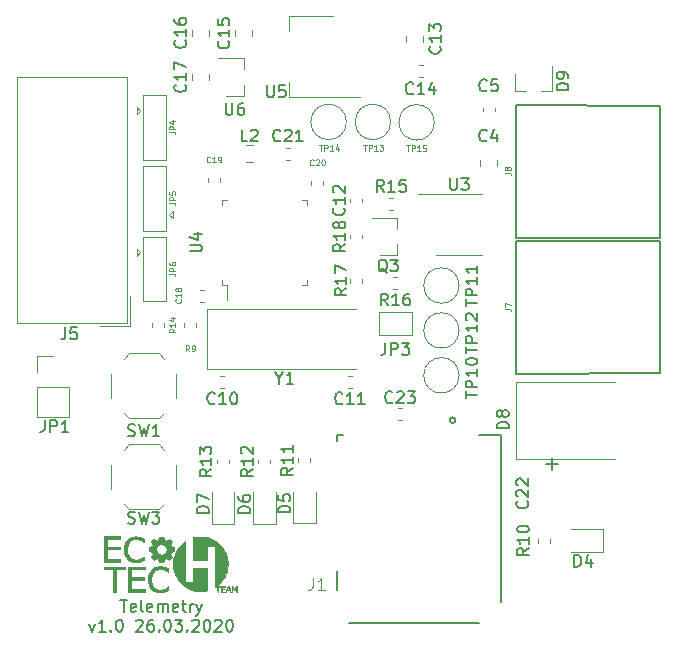
<source format=gto>
G04 #@! TF.GenerationSoftware,KiCad,Pcbnew,5.1.5-52549c5~86~ubuntu18.04.1*
G04 #@! TF.CreationDate,2020-04-10T21:43:27+02:00*
G04 #@! TF.ProjectId,Telemetry,54656c65-6d65-4747-9279-2e6b69636164,rev?*
G04 #@! TF.SameCoordinates,Original*
G04 #@! TF.FileFunction,Legend,Top*
G04 #@! TF.FilePolarity,Positive*
%FSLAX46Y46*%
G04 Gerber Fmt 4.6, Leading zero omitted, Abs format (unit mm)*
G04 Created by KiCad (PCBNEW 5.1.5-52549c5~86~ubuntu18.04.1) date 2020-04-10 21:43:27*
%MOMM*%
%LPD*%
G04 APERTURE LIST*
%ADD10C,0.180000*%
%ADD11C,0.127000*%
%ADD12C,0.200000*%
%ADD13C,0.150000*%
%ADD14C,0.120000*%
%ADD15C,0.010000*%
%ADD16C,0.015000*%
%ADD17C,0.100000*%
%ADD18C,0.080000*%
G04 APERTURE END LIST*
D10*
X112323809Y-151012380D02*
X112895238Y-151012380D01*
X112609523Y-152012380D02*
X112609523Y-151012380D01*
X113609523Y-151964761D02*
X113514285Y-152012380D01*
X113323809Y-152012380D01*
X113228571Y-151964761D01*
X113180952Y-151869523D01*
X113180952Y-151488571D01*
X113228571Y-151393333D01*
X113323809Y-151345714D01*
X113514285Y-151345714D01*
X113609523Y-151393333D01*
X113657142Y-151488571D01*
X113657142Y-151583809D01*
X113180952Y-151679047D01*
X114228571Y-152012380D02*
X114133333Y-151964761D01*
X114085714Y-151869523D01*
X114085714Y-151012380D01*
X114990476Y-151964761D02*
X114895238Y-152012380D01*
X114704761Y-152012380D01*
X114609523Y-151964761D01*
X114561904Y-151869523D01*
X114561904Y-151488571D01*
X114609523Y-151393333D01*
X114704761Y-151345714D01*
X114895238Y-151345714D01*
X114990476Y-151393333D01*
X115038095Y-151488571D01*
X115038095Y-151583809D01*
X114561904Y-151679047D01*
X115466666Y-152012380D02*
X115466666Y-151345714D01*
X115466666Y-151440952D02*
X115514285Y-151393333D01*
X115609523Y-151345714D01*
X115752380Y-151345714D01*
X115847619Y-151393333D01*
X115895238Y-151488571D01*
X115895238Y-152012380D01*
X115895238Y-151488571D02*
X115942857Y-151393333D01*
X116038095Y-151345714D01*
X116180952Y-151345714D01*
X116276190Y-151393333D01*
X116323809Y-151488571D01*
X116323809Y-152012380D01*
X117180952Y-151964761D02*
X117085714Y-152012380D01*
X116895238Y-152012380D01*
X116800000Y-151964761D01*
X116752380Y-151869523D01*
X116752380Y-151488571D01*
X116800000Y-151393333D01*
X116895238Y-151345714D01*
X117085714Y-151345714D01*
X117180952Y-151393333D01*
X117228571Y-151488571D01*
X117228571Y-151583809D01*
X116752380Y-151679047D01*
X117514285Y-151345714D02*
X117895238Y-151345714D01*
X117657142Y-151012380D02*
X117657142Y-151869523D01*
X117704761Y-151964761D01*
X117800000Y-152012380D01*
X117895238Y-152012380D01*
X118228571Y-152012380D02*
X118228571Y-151345714D01*
X118228571Y-151536190D02*
X118276190Y-151440952D01*
X118323809Y-151393333D01*
X118419047Y-151345714D01*
X118514285Y-151345714D01*
X118752380Y-151345714D02*
X118990476Y-152012380D01*
X119228571Y-151345714D02*
X118990476Y-152012380D01*
X118895238Y-152250476D01*
X118847619Y-152298095D01*
X118752380Y-152345714D01*
X109704761Y-153025714D02*
X109942857Y-153692380D01*
X110180952Y-153025714D01*
X111085714Y-153692380D02*
X110514285Y-153692380D01*
X110800000Y-153692380D02*
X110800000Y-152692380D01*
X110704761Y-152835238D01*
X110609523Y-152930476D01*
X110514285Y-152978095D01*
X111514285Y-153597142D02*
X111561904Y-153644761D01*
X111514285Y-153692380D01*
X111466666Y-153644761D01*
X111514285Y-153597142D01*
X111514285Y-153692380D01*
X112180952Y-152692380D02*
X112276190Y-152692380D01*
X112371428Y-152740000D01*
X112419047Y-152787619D01*
X112466666Y-152882857D01*
X112514285Y-153073333D01*
X112514285Y-153311428D01*
X112466666Y-153501904D01*
X112419047Y-153597142D01*
X112371428Y-153644761D01*
X112276190Y-153692380D01*
X112180952Y-153692380D01*
X112085714Y-153644761D01*
X112038095Y-153597142D01*
X111990476Y-153501904D01*
X111942857Y-153311428D01*
X111942857Y-153073333D01*
X111990476Y-152882857D01*
X112038095Y-152787619D01*
X112085714Y-152740000D01*
X112180952Y-152692380D01*
X113657142Y-152787619D02*
X113704761Y-152740000D01*
X113800000Y-152692380D01*
X114038095Y-152692380D01*
X114133333Y-152740000D01*
X114180952Y-152787619D01*
X114228571Y-152882857D01*
X114228571Y-152978095D01*
X114180952Y-153120952D01*
X113609523Y-153692380D01*
X114228571Y-153692380D01*
X115085714Y-152692380D02*
X114895238Y-152692380D01*
X114800000Y-152740000D01*
X114752380Y-152787619D01*
X114657142Y-152930476D01*
X114609523Y-153120952D01*
X114609523Y-153501904D01*
X114657142Y-153597142D01*
X114704761Y-153644761D01*
X114800000Y-153692380D01*
X114990476Y-153692380D01*
X115085714Y-153644761D01*
X115133333Y-153597142D01*
X115180952Y-153501904D01*
X115180952Y-153263809D01*
X115133333Y-153168571D01*
X115085714Y-153120952D01*
X114990476Y-153073333D01*
X114800000Y-153073333D01*
X114704761Y-153120952D01*
X114657142Y-153168571D01*
X114609523Y-153263809D01*
X115609523Y-153597142D02*
X115657142Y-153644761D01*
X115609523Y-153692380D01*
X115561904Y-153644761D01*
X115609523Y-153597142D01*
X115609523Y-153692380D01*
X116276190Y-152692380D02*
X116371428Y-152692380D01*
X116466666Y-152740000D01*
X116514285Y-152787619D01*
X116561904Y-152882857D01*
X116609523Y-153073333D01*
X116609523Y-153311428D01*
X116561904Y-153501904D01*
X116514285Y-153597142D01*
X116466666Y-153644761D01*
X116371428Y-153692380D01*
X116276190Y-153692380D01*
X116180952Y-153644761D01*
X116133333Y-153597142D01*
X116085714Y-153501904D01*
X116038095Y-153311428D01*
X116038095Y-153073333D01*
X116085714Y-152882857D01*
X116133333Y-152787619D01*
X116180952Y-152740000D01*
X116276190Y-152692380D01*
X116942857Y-152692380D02*
X117561904Y-152692380D01*
X117228571Y-153073333D01*
X117371428Y-153073333D01*
X117466666Y-153120952D01*
X117514285Y-153168571D01*
X117561904Y-153263809D01*
X117561904Y-153501904D01*
X117514285Y-153597142D01*
X117466666Y-153644761D01*
X117371428Y-153692380D01*
X117085714Y-153692380D01*
X116990476Y-153644761D01*
X116942857Y-153597142D01*
X117990476Y-153597142D02*
X118038095Y-153644761D01*
X117990476Y-153692380D01*
X117942857Y-153644761D01*
X117990476Y-153597142D01*
X117990476Y-153692380D01*
X118419047Y-152787619D02*
X118466666Y-152740000D01*
X118561904Y-152692380D01*
X118800000Y-152692380D01*
X118895238Y-152740000D01*
X118942857Y-152787619D01*
X118990476Y-152882857D01*
X118990476Y-152978095D01*
X118942857Y-153120952D01*
X118371428Y-153692380D01*
X118990476Y-153692380D01*
X119609523Y-152692380D02*
X119704761Y-152692380D01*
X119800000Y-152740000D01*
X119847619Y-152787619D01*
X119895238Y-152882857D01*
X119942857Y-153073333D01*
X119942857Y-153311428D01*
X119895238Y-153501904D01*
X119847619Y-153597142D01*
X119800000Y-153644761D01*
X119704761Y-153692380D01*
X119609523Y-153692380D01*
X119514285Y-153644761D01*
X119466666Y-153597142D01*
X119419047Y-153501904D01*
X119371428Y-153311428D01*
X119371428Y-153073333D01*
X119419047Y-152882857D01*
X119466666Y-152787619D01*
X119514285Y-152740000D01*
X119609523Y-152692380D01*
X120323809Y-152787619D02*
X120371428Y-152740000D01*
X120466666Y-152692380D01*
X120704761Y-152692380D01*
X120800000Y-152740000D01*
X120847619Y-152787619D01*
X120895238Y-152882857D01*
X120895238Y-152978095D01*
X120847619Y-153120952D01*
X120276190Y-153692380D01*
X120895238Y-153692380D01*
X121514285Y-152692380D02*
X121609523Y-152692380D01*
X121704761Y-152740000D01*
X121752380Y-152787619D01*
X121800000Y-152882857D01*
X121847619Y-153073333D01*
X121847619Y-153311428D01*
X121800000Y-153501904D01*
X121752380Y-153597142D01*
X121704761Y-153644761D01*
X121609523Y-153692380D01*
X121514285Y-153692380D01*
X121419047Y-153644761D01*
X121371428Y-153597142D01*
X121323809Y-153501904D01*
X121276190Y-153311428D01*
X121276190Y-153073333D01*
X121323809Y-152882857D01*
X121371428Y-152787619D01*
X121419047Y-152740000D01*
X121514285Y-152692380D01*
D11*
X131700000Y-153000000D02*
X142700000Y-153000000D01*
X131150000Y-137050000D02*
X130700000Y-137050000D01*
X130700000Y-137050000D02*
X130700000Y-137600000D01*
X142700000Y-137050000D02*
X144550000Y-137050000D01*
X144550000Y-137050000D02*
X144550000Y-151200000D01*
D12*
X140700000Y-135800000D02*
G75*
G03X140700000Y-135800000I-250000J0D01*
G01*
D11*
X130700000Y-150200000D02*
X130700000Y-148600000D01*
D13*
X145800000Y-120350000D02*
X158032000Y-120338000D01*
X158032000Y-109162000D02*
X145800000Y-109150000D01*
X145800000Y-109150000D02*
X145800000Y-120350000D01*
X158032000Y-120338000D02*
X158032000Y-109162000D01*
X145800000Y-131850000D02*
X158032000Y-131838000D01*
X158032000Y-120650000D02*
X145800000Y-120650000D01*
X145800000Y-120650000D02*
X145800000Y-131850000D01*
X158032000Y-131838000D02*
X158032000Y-120662000D01*
D14*
X145720000Y-107960000D02*
X145720000Y-106500000D01*
X148880000Y-107960000D02*
X148880000Y-105800000D01*
X148880000Y-107960000D02*
X147950000Y-107960000D01*
X145720000Y-107960000D02*
X146650000Y-107960000D01*
X141000000Y-116690000D02*
X137550000Y-116690000D01*
X141000000Y-116690000D02*
X142950000Y-116690000D01*
X141000000Y-121810000D02*
X139050000Y-121810000D01*
X141000000Y-121810000D02*
X142950000Y-121810000D01*
X119650000Y-131500000D02*
X132250000Y-131500000D01*
X119650000Y-126400000D02*
X119650000Y-131500000D01*
X132250000Y-126400000D02*
X119650000Y-126400000D01*
X122760000Y-108330000D02*
X121300000Y-108330000D01*
X122760000Y-105170000D02*
X120600000Y-105170000D01*
X122760000Y-105170000D02*
X122760000Y-106100000D01*
X122760000Y-108330000D02*
X122760000Y-107400000D01*
X132600000Y-108410000D02*
X126590000Y-108410000D01*
X130350000Y-101590000D02*
X126590000Y-101590000D01*
X126590000Y-108410000D02*
X126590000Y-107150000D01*
X126590000Y-101590000D02*
X126590000Y-102850000D01*
X128110000Y-117590000D02*
X128110000Y-117140000D01*
X128110000Y-117140000D02*
X127660000Y-117140000D01*
X128110000Y-123910000D02*
X128110000Y-124360000D01*
X128110000Y-124360000D02*
X127660000Y-124360000D01*
X120890000Y-117590000D02*
X120890000Y-117140000D01*
X120890000Y-117140000D02*
X121340000Y-117140000D01*
X120890000Y-123910000D02*
X120890000Y-124360000D01*
X120890000Y-124360000D02*
X121340000Y-124360000D01*
X121340000Y-124360000D02*
X121340000Y-125650000D01*
X138900000Y-110580000D02*
G75*
G03X138900000Y-110580000I-1500000J0D01*
G01*
X131450000Y-110550000D02*
G75*
G03X131450000Y-110550000I-1500000J0D01*
G01*
X135200000Y-110550000D02*
G75*
G03X135200000Y-110550000I-1500000J0D01*
G01*
X141000000Y-128200000D02*
G75*
G03X141000000Y-128200000I-1500000J0D01*
G01*
X141000000Y-124400000D02*
G75*
G03X141000000Y-124400000I-1500000J0D01*
G01*
X141000000Y-132000000D02*
G75*
G03X141000000Y-132000000I-1500000J0D01*
G01*
X113050000Y-137850000D02*
X115550000Y-137850000D01*
X111550000Y-139600000D02*
X111550000Y-141600000D01*
X113050000Y-143350000D02*
X115550000Y-143350000D01*
X117050000Y-139600000D02*
X117050000Y-141600000D01*
X112600000Y-138300000D02*
X113050000Y-137850000D01*
X116000000Y-138300000D02*
X115550000Y-137850000D01*
X116000000Y-142900000D02*
X115550000Y-143350000D01*
X112600000Y-142900000D02*
X113050000Y-143350000D01*
X115550000Y-135650000D02*
X113050000Y-135650000D01*
X117050000Y-133900000D02*
X117050000Y-131900000D01*
X115550000Y-130150000D02*
X113050000Y-130150000D01*
X111550000Y-133900000D02*
X111550000Y-131900000D01*
X116000000Y-135200000D02*
X115550000Y-135650000D01*
X112600000Y-135200000D02*
X113050000Y-135650000D01*
X112600000Y-130600000D02*
X113050000Y-130150000D01*
X116000000Y-130600000D02*
X115550000Y-130150000D01*
X131740000Y-120087221D02*
X131740000Y-120412779D01*
X132760000Y-120087221D02*
X132760000Y-120412779D01*
X131740000Y-123837221D02*
X131740000Y-124162779D01*
X132760000Y-123837221D02*
X132760000Y-124162779D01*
X135762779Y-123690000D02*
X135437221Y-123690000D01*
X135762779Y-124710000D02*
X135437221Y-124710000D01*
X135087221Y-118010000D02*
X135412779Y-118010000D01*
X135087221Y-116990000D02*
X135412779Y-116990000D01*
X114990000Y-127587221D02*
X114990000Y-127912779D01*
X116010000Y-127587221D02*
X116010000Y-127912779D01*
X121510000Y-139462779D02*
X121510000Y-139137221D01*
X120490000Y-139462779D02*
X120490000Y-139137221D01*
X125010000Y-139462779D02*
X125010000Y-139137221D01*
X123990000Y-139462779D02*
X123990000Y-139137221D01*
X128410000Y-139362779D02*
X128410000Y-139037221D01*
X127390000Y-139362779D02*
X127390000Y-139037221D01*
X147690000Y-145837221D02*
X147690000Y-146162779D01*
X148710000Y-145837221D02*
X148710000Y-146162779D01*
X118760000Y-127912779D02*
X118760000Y-127587221D01*
X117740000Y-127912779D02*
X117740000Y-127587221D01*
X135760000Y-121830000D02*
X134300000Y-121830000D01*
X135760000Y-118670000D02*
X133600000Y-118670000D01*
X135760000Y-118670000D02*
X135760000Y-119600000D01*
X135760000Y-121830000D02*
X135760000Y-120900000D01*
X122991422Y-113960000D02*
X123508578Y-113960000D01*
X122991422Y-112540000D02*
X123508578Y-112540000D01*
X116200000Y-120250000D02*
X116200000Y-125750000D01*
X116200000Y-125750000D02*
X114250000Y-125750000D01*
X114250000Y-125750000D02*
X114250000Y-120250000D01*
X114250000Y-120250000D02*
X116200000Y-120250000D01*
X114000000Y-121600000D02*
X113700000Y-121300000D01*
X113700000Y-121300000D02*
X113700000Y-121900000D01*
X113700000Y-121900000D02*
X114000000Y-121600000D01*
X114250000Y-119750000D02*
X114250000Y-114250000D01*
X114250000Y-114250000D02*
X116200000Y-114250000D01*
X116200000Y-114250000D02*
X116200000Y-119750000D01*
X116200000Y-119750000D02*
X114250000Y-119750000D01*
X116450000Y-118400000D02*
X116750000Y-118700000D01*
X116750000Y-118700000D02*
X116750000Y-118100000D01*
X116750000Y-118100000D02*
X116450000Y-118400000D01*
X116200000Y-108250000D02*
X116200000Y-113750000D01*
X116200000Y-113750000D02*
X114250000Y-113750000D01*
X114250000Y-113750000D02*
X114250000Y-108250000D01*
X114250000Y-108250000D02*
X116200000Y-108250000D01*
X114000000Y-109600000D02*
X113700000Y-109300000D01*
X113700000Y-109300000D02*
X113700000Y-109900000D01*
X113700000Y-109900000D02*
X114000000Y-109600000D01*
X134200000Y-126600000D02*
X137000000Y-126600000D01*
X137000000Y-126600000D02*
X137000000Y-128600000D01*
X137000000Y-128600000D02*
X134200000Y-128600000D01*
X134200000Y-128600000D02*
X134200000Y-126600000D01*
X105270000Y-130370000D02*
X106600000Y-130370000D01*
X105270000Y-131700000D02*
X105270000Y-130370000D01*
X105270000Y-132970000D02*
X107930000Y-132970000D01*
X107930000Y-132970000D02*
X107930000Y-135570000D01*
X105270000Y-132970000D02*
X105270000Y-135570000D01*
X105270000Y-135570000D02*
X107930000Y-135570000D01*
X113155000Y-127850000D02*
X110615000Y-127850000D01*
X113155000Y-127850000D02*
X113155000Y-125310000D01*
X112905000Y-127600000D02*
X103555000Y-127600000D01*
X112905000Y-106740000D02*
X112905000Y-127600000D01*
X103555000Y-106740000D02*
X112905000Y-106740000D01*
X103555000Y-127600000D02*
X103555000Y-106740000D01*
D15*
G36*
X115776990Y-148178601D02*
G01*
X115893482Y-148189822D01*
X115995562Y-148209344D01*
X115999494Y-148210368D01*
X116045249Y-148223897D01*
X116103356Y-148243166D01*
X116167882Y-148265966D01*
X116232894Y-148290088D01*
X116292458Y-148313322D01*
X116340641Y-148333459D01*
X116371510Y-148348289D01*
X116374329Y-148349949D01*
X116381537Y-148361973D01*
X116385922Y-148389394D01*
X116387725Y-148435368D01*
X116387188Y-148503049D01*
X116386933Y-148514753D01*
X116383350Y-148669554D01*
X116294450Y-148604161D01*
X116183283Y-148532393D01*
X116061827Y-148471376D01*
X115940037Y-148425901D01*
X115901893Y-148415228D01*
X115811736Y-148398657D01*
X115711152Y-148390579D01*
X115609695Y-148391113D01*
X115516917Y-148400379D01*
X115470783Y-148409819D01*
X115351597Y-148453039D01*
X115245561Y-148517046D01*
X115153485Y-148600425D01*
X115076179Y-148701764D01*
X115014453Y-148819647D01*
X114969116Y-148952660D01*
X114940980Y-149099391D01*
X114930852Y-149258424D01*
X114933136Y-149348550D01*
X114951536Y-149511940D01*
X114987535Y-149658788D01*
X115040666Y-149788449D01*
X115110464Y-149900280D01*
X115196464Y-149993640D01*
X115298201Y-150067884D01*
X115415208Y-150122371D01*
X115513400Y-150150030D01*
X115602008Y-150161832D01*
X115703792Y-150164048D01*
X115808548Y-150157018D01*
X115906072Y-150141083D01*
X115926150Y-150136261D01*
X116011945Y-150107444D01*
X116106631Y-150064298D01*
X116201824Y-150011121D01*
X116289145Y-149952211D01*
X116297625Y-149945784D01*
X116389700Y-149875136D01*
X116389700Y-150189339D01*
X116303975Y-150228546D01*
X116208768Y-150270423D01*
X116126765Y-150302385D01*
X116049367Y-150327543D01*
X115977694Y-150346660D01*
X115907362Y-150359870D01*
X115821862Y-150369885D01*
X115729390Y-150376294D01*
X115638141Y-150378682D01*
X115556308Y-150376637D01*
X115498337Y-150370803D01*
X115359413Y-150342111D01*
X115239152Y-150302070D01*
X115132404Y-150248158D01*
X115034016Y-150177858D01*
X114954600Y-150104840D01*
X114871045Y-150012331D01*
X114811421Y-149927767D01*
X114799869Y-149907132D01*
X114743769Y-149777402D01*
X114702377Y-149631774D01*
X114675976Y-149475256D01*
X114664850Y-149312856D01*
X114669283Y-149149582D01*
X114689557Y-148990444D01*
X114725957Y-148840450D01*
X114737493Y-148805303D01*
X114799838Y-148662269D01*
X114881398Y-148535378D01*
X114980935Y-148425713D01*
X115097213Y-148334354D01*
X115228995Y-148262380D01*
X115375046Y-148210873D01*
X115433759Y-148196947D01*
X115537857Y-148181944D01*
X115655357Y-148175902D01*
X115776990Y-148178601D01*
G37*
X115776990Y-148178601D02*
X115893482Y-148189822D01*
X115995562Y-148209344D01*
X115999494Y-148210368D01*
X116045249Y-148223897D01*
X116103356Y-148243166D01*
X116167882Y-148265966D01*
X116232894Y-148290088D01*
X116292458Y-148313322D01*
X116340641Y-148333459D01*
X116371510Y-148348289D01*
X116374329Y-148349949D01*
X116381537Y-148361973D01*
X116385922Y-148389394D01*
X116387725Y-148435368D01*
X116387188Y-148503049D01*
X116386933Y-148514753D01*
X116383350Y-148669554D01*
X116294450Y-148604161D01*
X116183283Y-148532393D01*
X116061827Y-148471376D01*
X115940037Y-148425901D01*
X115901893Y-148415228D01*
X115811736Y-148398657D01*
X115711152Y-148390579D01*
X115609695Y-148391113D01*
X115516917Y-148400379D01*
X115470783Y-148409819D01*
X115351597Y-148453039D01*
X115245561Y-148517046D01*
X115153485Y-148600425D01*
X115076179Y-148701764D01*
X115014453Y-148819647D01*
X114969116Y-148952660D01*
X114940980Y-149099391D01*
X114930852Y-149258424D01*
X114933136Y-149348550D01*
X114951536Y-149511940D01*
X114987535Y-149658788D01*
X115040666Y-149788449D01*
X115110464Y-149900280D01*
X115196464Y-149993640D01*
X115298201Y-150067884D01*
X115415208Y-150122371D01*
X115513400Y-150150030D01*
X115602008Y-150161832D01*
X115703792Y-150164048D01*
X115808548Y-150157018D01*
X115906072Y-150141083D01*
X115926150Y-150136261D01*
X116011945Y-150107444D01*
X116106631Y-150064298D01*
X116201824Y-150011121D01*
X116289145Y-149952211D01*
X116297625Y-149945784D01*
X116389700Y-149875136D01*
X116389700Y-150189339D01*
X116303975Y-150228546D01*
X116208768Y-150270423D01*
X116126765Y-150302385D01*
X116049367Y-150327543D01*
X115977694Y-150346660D01*
X115907362Y-150359870D01*
X115821862Y-150369885D01*
X115729390Y-150376294D01*
X115638141Y-150378682D01*
X115556308Y-150376637D01*
X115498337Y-150370803D01*
X115359413Y-150342111D01*
X115239152Y-150302070D01*
X115132404Y-150248158D01*
X115034016Y-150177858D01*
X114954600Y-150104840D01*
X114871045Y-150012331D01*
X114811421Y-149927767D01*
X114799869Y-149907132D01*
X114743769Y-149777402D01*
X114702377Y-149631774D01*
X114675976Y-149475256D01*
X114664850Y-149312856D01*
X114669283Y-149149582D01*
X114689557Y-148990444D01*
X114725957Y-148840450D01*
X114737493Y-148805303D01*
X114799838Y-148662269D01*
X114881398Y-148535378D01*
X114980935Y-148425713D01*
X115097213Y-148334354D01*
X115228995Y-148262380D01*
X115375046Y-148210873D01*
X115433759Y-148196947D01*
X115537857Y-148181944D01*
X115655357Y-148175902D01*
X115776990Y-148178601D01*
G36*
X119194050Y-145653607D02*
G01*
X119415489Y-145674304D01*
X119632817Y-145714693D01*
X119841298Y-145774542D01*
X119843101Y-145775162D01*
X119931617Y-145809303D01*
X120032635Y-145854269D01*
X120139009Y-145906394D01*
X120243596Y-145962009D01*
X120339248Y-146017448D01*
X120418823Y-146069041D01*
X120427283Y-146075037D01*
X120578831Y-146194820D01*
X120725568Y-146332033D01*
X120861912Y-146480756D01*
X120982277Y-146635070D01*
X121047299Y-146732350D01*
X121163995Y-146942844D01*
X121257167Y-147160901D01*
X121326924Y-147384777D01*
X121373376Y-147612731D01*
X121396635Y-147843020D01*
X121396810Y-148073903D01*
X121374011Y-148303637D01*
X121328349Y-148530480D01*
X121259933Y-148752691D01*
X121168874Y-148968527D01*
X121055282Y-149176246D01*
X120919267Y-149374106D01*
X120876821Y-149427945D01*
X120803951Y-149512310D01*
X120722044Y-149598144D01*
X120637282Y-149679453D01*
X120555845Y-149750245D01*
X120500026Y-149793292D01*
X120464569Y-149819951D01*
X120439047Y-149841491D01*
X120428915Y-149853303D01*
X120428909Y-149853375D01*
X120440617Y-149856816D01*
X120473174Y-149859703D01*
X120522028Y-149861790D01*
X120582632Y-149862829D01*
X120603983Y-149862900D01*
X120675207Y-149863287D01*
X120724697Y-149864716D01*
X120756111Y-149867581D01*
X120773108Y-149872280D01*
X120779345Y-149879209D01*
X120779666Y-149881950D01*
X120774336Y-149892423D01*
X120755215Y-149898354D01*
X120717603Y-149900777D01*
X120693176Y-149901000D01*
X120606686Y-149901000D01*
X120603218Y-150126261D01*
X120601667Y-150208406D01*
X120599695Y-150268494D01*
X120596963Y-150309867D01*
X120593134Y-150335870D01*
X120587869Y-150349844D01*
X120580831Y-150355132D01*
X120580080Y-150355300D01*
X120557502Y-150353725D01*
X120551505Y-150350172D01*
X120548597Y-150335139D01*
X120546087Y-150299014D01*
X120544142Y-150246103D01*
X120542929Y-150180715D01*
X120542600Y-150121133D01*
X120542600Y-149901000D01*
X120335200Y-149901000D01*
X120343514Y-148173800D01*
X120351828Y-146446599D01*
X120015414Y-146446600D01*
X119679000Y-146446600D01*
X119676037Y-146957775D01*
X119675375Y-147073117D01*
X119674755Y-147183710D01*
X119674192Y-147286239D01*
X119673706Y-147377392D01*
X119673312Y-147453855D01*
X119673030Y-147512316D01*
X119672877Y-147549462D01*
X119672862Y-147554696D01*
X119672650Y-147640443D01*
X119085275Y-147640421D01*
X118497900Y-147640400D01*
X118497900Y-145725715D01*
X118552424Y-145711986D01*
X118757781Y-145672216D01*
X118973235Y-145652833D01*
X119194050Y-145653607D01*
G37*
X119194050Y-145653607D02*
X119415489Y-145674304D01*
X119632817Y-145714693D01*
X119841298Y-145774542D01*
X119843101Y-145775162D01*
X119931617Y-145809303D01*
X120032635Y-145854269D01*
X120139009Y-145906394D01*
X120243596Y-145962009D01*
X120339248Y-146017448D01*
X120418823Y-146069041D01*
X120427283Y-146075037D01*
X120578831Y-146194820D01*
X120725568Y-146332033D01*
X120861912Y-146480756D01*
X120982277Y-146635070D01*
X121047299Y-146732350D01*
X121163995Y-146942844D01*
X121257167Y-147160901D01*
X121326924Y-147384777D01*
X121373376Y-147612731D01*
X121396635Y-147843020D01*
X121396810Y-148073903D01*
X121374011Y-148303637D01*
X121328349Y-148530480D01*
X121259933Y-148752691D01*
X121168874Y-148968527D01*
X121055282Y-149176246D01*
X120919267Y-149374106D01*
X120876821Y-149427945D01*
X120803951Y-149512310D01*
X120722044Y-149598144D01*
X120637282Y-149679453D01*
X120555845Y-149750245D01*
X120500026Y-149793292D01*
X120464569Y-149819951D01*
X120439047Y-149841491D01*
X120428915Y-149853303D01*
X120428909Y-149853375D01*
X120440617Y-149856816D01*
X120473174Y-149859703D01*
X120522028Y-149861790D01*
X120582632Y-149862829D01*
X120603983Y-149862900D01*
X120675207Y-149863287D01*
X120724697Y-149864716D01*
X120756111Y-149867581D01*
X120773108Y-149872280D01*
X120779345Y-149879209D01*
X120779666Y-149881950D01*
X120774336Y-149892423D01*
X120755215Y-149898354D01*
X120717603Y-149900777D01*
X120693176Y-149901000D01*
X120606686Y-149901000D01*
X120603218Y-150126261D01*
X120601667Y-150208406D01*
X120599695Y-150268494D01*
X120596963Y-150309867D01*
X120593134Y-150335870D01*
X120587869Y-150349844D01*
X120580831Y-150355132D01*
X120580080Y-150355300D01*
X120557502Y-150353725D01*
X120551505Y-150350172D01*
X120548597Y-150335139D01*
X120546087Y-150299014D01*
X120544142Y-150246103D01*
X120542929Y-150180715D01*
X120542600Y-150121133D01*
X120542600Y-149901000D01*
X120335200Y-149901000D01*
X120343514Y-148173800D01*
X120351828Y-146446599D01*
X120015414Y-146446600D01*
X119679000Y-146446600D01*
X119676037Y-146957775D01*
X119675375Y-147073117D01*
X119674755Y-147183710D01*
X119674192Y-147286239D01*
X119673706Y-147377392D01*
X119673312Y-147453855D01*
X119673030Y-147512316D01*
X119672877Y-147549462D01*
X119672862Y-147554696D01*
X119672650Y-147640443D01*
X119085275Y-147640421D01*
X118497900Y-147640400D01*
X118497900Y-145725715D01*
X118552424Y-145711986D01*
X118757781Y-145672216D01*
X118973235Y-145652833D01*
X119194050Y-145653607D01*
G36*
X121086097Y-149863349D02*
G01*
X121131776Y-149865004D01*
X121159706Y-149868322D01*
X121173707Y-149873761D01*
X121177599Y-149881781D01*
X121177600Y-149881950D01*
X121173511Y-149890649D01*
X121158513Y-149896308D01*
X121128505Y-149899513D01*
X121079386Y-149900849D01*
X121044250Y-149901000D01*
X120910900Y-149901000D01*
X120910900Y-150066100D01*
X121037900Y-150066100D01*
X121097122Y-150066729D01*
X121135144Y-150069035D01*
X121156144Y-150073645D01*
X121164298Y-150081185D01*
X121164900Y-150085150D01*
X121160703Y-150094033D01*
X121145327Y-150099736D01*
X121114595Y-150102886D01*
X121064329Y-150104109D01*
X121037900Y-150104200D01*
X120910900Y-150104200D01*
X120910900Y-150307400D01*
X121045181Y-150307400D01*
X121105003Y-150307778D01*
X121143679Y-150309396D01*
X121165459Y-150312981D01*
X121174591Y-150319260D01*
X121175324Y-150328957D01*
X121175201Y-150329625D01*
X121170631Y-150339100D01*
X121158408Y-150345698D01*
X121134353Y-150350092D01*
X121094288Y-150352958D01*
X121034036Y-150354971D01*
X121015520Y-150355415D01*
X120860100Y-150358981D01*
X120860100Y-149862900D01*
X121018850Y-149862900D01*
X121086097Y-149863349D01*
G37*
X121086097Y-149863349D02*
X121131776Y-149865004D01*
X121159706Y-149868322D01*
X121173707Y-149873761D01*
X121177599Y-149881781D01*
X121177600Y-149881950D01*
X121173511Y-149890649D01*
X121158513Y-149896308D01*
X121128505Y-149899513D01*
X121079386Y-149900849D01*
X121044250Y-149901000D01*
X120910900Y-149901000D01*
X120910900Y-150066100D01*
X121037900Y-150066100D01*
X121097122Y-150066729D01*
X121135144Y-150069035D01*
X121156144Y-150073645D01*
X121164298Y-150081185D01*
X121164900Y-150085150D01*
X121160703Y-150094033D01*
X121145327Y-150099736D01*
X121114595Y-150102886D01*
X121064329Y-150104109D01*
X121037900Y-150104200D01*
X120910900Y-150104200D01*
X120910900Y-150307400D01*
X121045181Y-150307400D01*
X121105003Y-150307778D01*
X121143679Y-150309396D01*
X121165459Y-150312981D01*
X121174591Y-150319260D01*
X121175324Y-150328957D01*
X121175201Y-150329625D01*
X121170631Y-150339100D01*
X121158408Y-150345698D01*
X121134353Y-150350092D01*
X121094288Y-150352958D01*
X121034036Y-150354971D01*
X121015520Y-150355415D01*
X120860100Y-150358981D01*
X120860100Y-149862900D01*
X121018850Y-149862900D01*
X121086097Y-149863349D01*
G36*
X121565170Y-150099673D02*
G01*
X121592455Y-150172831D01*
X121616765Y-150237916D01*
X121636688Y-150291155D01*
X121650812Y-150328776D01*
X121657726Y-150347007D01*
X121658083Y-150347907D01*
X121650792Y-150355747D01*
X121632604Y-150358200D01*
X121614205Y-150354140D01*
X121599455Y-150338409D01*
X121584268Y-150305674D01*
X121576633Y-150285175D01*
X121550375Y-150212150D01*
X121326420Y-150212150D01*
X121300347Y-150285175D01*
X121281505Y-150330254D01*
X121264346Y-150353373D01*
X121251337Y-150358200D01*
X121232464Y-150350989D01*
X121229106Y-150342325D01*
X121233609Y-150325934D01*
X121245723Y-150289761D01*
X121264049Y-150237772D01*
X121287188Y-150173934D01*
X121293573Y-150156684D01*
X121346783Y-150156684D01*
X121354731Y-150163349D01*
X121377308Y-150166621D01*
X121419133Y-150167654D01*
X121437950Y-150167700D01*
X121487144Y-150167153D01*
X121515569Y-150164744D01*
X121527845Y-150159322D01*
X121528592Y-150149734D01*
X121527102Y-150145475D01*
X121518886Y-150123825D01*
X121504595Y-150085297D01*
X121486817Y-150036887D01*
X121479849Y-150017802D01*
X121462383Y-149971517D01*
X121448057Y-149936572D01*
X121439024Y-149918089D01*
X121437235Y-149916530D01*
X121431207Y-149929536D01*
X121418739Y-149960609D01*
X121402129Y-150003964D01*
X121395386Y-150021978D01*
X121376966Y-150071310D01*
X121361133Y-150113387D01*
X121350593Y-150141022D01*
X121348847Y-150145475D01*
X121346783Y-150156684D01*
X121293573Y-150156684D01*
X121313739Y-150102212D01*
X121315371Y-150097850D01*
X121345106Y-150018780D01*
X121367733Y-149960347D01*
X121384945Y-149919360D01*
X121398436Y-149892630D01*
X121409898Y-149876966D01*
X121421024Y-149869179D01*
X121433510Y-149866078D01*
X121438711Y-149865490D01*
X121476491Y-149861731D01*
X121565170Y-150099673D01*
G37*
X121565170Y-150099673D02*
X121592455Y-150172831D01*
X121616765Y-150237916D01*
X121636688Y-150291155D01*
X121650812Y-150328776D01*
X121657726Y-150347007D01*
X121658083Y-150347907D01*
X121650792Y-150355747D01*
X121632604Y-150358200D01*
X121614205Y-150354140D01*
X121599455Y-150338409D01*
X121584268Y-150305674D01*
X121576633Y-150285175D01*
X121550375Y-150212150D01*
X121326420Y-150212150D01*
X121300347Y-150285175D01*
X121281505Y-150330254D01*
X121264346Y-150353373D01*
X121251337Y-150358200D01*
X121232464Y-150350989D01*
X121229106Y-150342325D01*
X121233609Y-150325934D01*
X121245723Y-150289761D01*
X121264049Y-150237772D01*
X121287188Y-150173934D01*
X121293573Y-150156684D01*
X121346783Y-150156684D01*
X121354731Y-150163349D01*
X121377308Y-150166621D01*
X121419133Y-150167654D01*
X121437950Y-150167700D01*
X121487144Y-150167153D01*
X121515569Y-150164744D01*
X121527845Y-150159322D01*
X121528592Y-150149734D01*
X121527102Y-150145475D01*
X121518886Y-150123825D01*
X121504595Y-150085297D01*
X121486817Y-150036887D01*
X121479849Y-150017802D01*
X121462383Y-149971517D01*
X121448057Y-149936572D01*
X121439024Y-149918089D01*
X121437235Y-149916530D01*
X121431207Y-149929536D01*
X121418739Y-149960609D01*
X121402129Y-150003964D01*
X121395386Y-150021978D01*
X121376966Y-150071310D01*
X121361133Y-150113387D01*
X121350593Y-150141022D01*
X121348847Y-150145475D01*
X121346783Y-150156684D01*
X121293573Y-150156684D01*
X121313739Y-150102212D01*
X121315371Y-150097850D01*
X121345106Y-150018780D01*
X121367733Y-149960347D01*
X121384945Y-149919360D01*
X121398436Y-149892630D01*
X121409898Y-149876966D01*
X121421024Y-149869179D01*
X121433510Y-149866078D01*
X121438711Y-149865490D01*
X121476491Y-149861731D01*
X121565170Y-150099673D01*
G36*
X121787580Y-149864697D02*
G01*
X121801509Y-149872594D01*
X121816374Y-149890346D01*
X121834983Y-149921711D01*
X121860139Y-149970444D01*
X121876100Y-150002600D01*
X121903055Y-150056100D01*
X121926301Y-150100133D01*
X121943447Y-150130313D01*
X121952102Y-150142258D01*
X121952300Y-150142300D01*
X121960369Y-150131589D01*
X121977073Y-150102380D01*
X122000020Y-150059055D01*
X122026820Y-150005999D01*
X122028500Y-150002600D01*
X122057995Y-149943743D01*
X122079536Y-149904138D01*
X122095928Y-149880029D01*
X122109976Y-149867659D01*
X122124485Y-149863273D01*
X122132814Y-149862900D01*
X122168200Y-149862900D01*
X122168200Y-150110550D01*
X122168090Y-150195614D01*
X122167539Y-150258592D01*
X122166210Y-150302795D01*
X122163767Y-150331535D01*
X122159875Y-150348127D01*
X122154198Y-150355881D01*
X122146400Y-150358111D01*
X122143099Y-150358200D01*
X122133976Y-150356937D01*
X122127288Y-150350801D01*
X122122576Y-150336272D01*
X122119379Y-150309828D01*
X122117237Y-150267948D01*
X122115688Y-150207112D01*
X122114524Y-150139732D01*
X122111050Y-149921264D01*
X122038506Y-150069882D01*
X122010495Y-150125321D01*
X121985423Y-150171367D01*
X121965757Y-150203735D01*
X121953964Y-150218144D01*
X121952884Y-150218500D01*
X121942602Y-150207788D01*
X121923703Y-150178472D01*
X121898702Y-150134779D01*
X121870112Y-150080935D01*
X121864161Y-150069275D01*
X121788517Y-149920050D01*
X121787858Y-150139125D01*
X121787488Y-150218450D01*
X121786649Y-150275897D01*
X121784922Y-150314986D01*
X121781887Y-150339239D01*
X121777127Y-150352177D01*
X121770222Y-150357322D01*
X121761800Y-150358200D01*
X121753076Y-150357181D01*
X121746619Y-150351916D01*
X121742086Y-150339091D01*
X121739139Y-150315390D01*
X121737437Y-150277500D01*
X121736641Y-150222106D01*
X121736410Y-150145895D01*
X121736400Y-150110550D01*
X121736400Y-149862900D01*
X121771785Y-149862900D01*
X121787580Y-149864697D01*
G37*
X121787580Y-149864697D02*
X121801509Y-149872594D01*
X121816374Y-149890346D01*
X121834983Y-149921711D01*
X121860139Y-149970444D01*
X121876100Y-150002600D01*
X121903055Y-150056100D01*
X121926301Y-150100133D01*
X121943447Y-150130313D01*
X121952102Y-150142258D01*
X121952300Y-150142300D01*
X121960369Y-150131589D01*
X121977073Y-150102380D01*
X122000020Y-150059055D01*
X122026820Y-150005999D01*
X122028500Y-150002600D01*
X122057995Y-149943743D01*
X122079536Y-149904138D01*
X122095928Y-149880029D01*
X122109976Y-149867659D01*
X122124485Y-149863273D01*
X122132814Y-149862900D01*
X122168200Y-149862900D01*
X122168200Y-150110550D01*
X122168090Y-150195614D01*
X122167539Y-150258592D01*
X122166210Y-150302795D01*
X122163767Y-150331535D01*
X122159875Y-150348127D01*
X122154198Y-150355881D01*
X122146400Y-150358111D01*
X122143099Y-150358200D01*
X122133976Y-150356937D01*
X122127288Y-150350801D01*
X122122576Y-150336272D01*
X122119379Y-150309828D01*
X122117237Y-150267948D01*
X122115688Y-150207112D01*
X122114524Y-150139732D01*
X122111050Y-149921264D01*
X122038506Y-150069882D01*
X122010495Y-150125321D01*
X121985423Y-150171367D01*
X121965757Y-150203735D01*
X121953964Y-150218144D01*
X121952884Y-150218500D01*
X121942602Y-150207788D01*
X121923703Y-150178472D01*
X121898702Y-150134779D01*
X121870112Y-150080935D01*
X121864161Y-150069275D01*
X121788517Y-149920050D01*
X121787858Y-150139125D01*
X121787488Y-150218450D01*
X121786649Y-150275897D01*
X121784922Y-150314986D01*
X121781887Y-150339239D01*
X121777127Y-150352177D01*
X121770222Y-150357322D01*
X121761800Y-150358200D01*
X121753076Y-150357181D01*
X121746619Y-150351916D01*
X121742086Y-150339091D01*
X121739139Y-150315390D01*
X121737437Y-150277500D01*
X121736641Y-150222106D01*
X121736410Y-150145895D01*
X121736400Y-150110550D01*
X121736400Y-149862900D01*
X121771785Y-149862900D01*
X121787580Y-149864697D01*
G36*
X112694000Y-148427800D02*
G01*
X111932000Y-148427800D01*
X111932000Y-150345500D01*
X111665300Y-150345500D01*
X111665300Y-148427800D01*
X110909650Y-148427800D01*
X110909650Y-148211900D01*
X112694000Y-148211900D01*
X112694000Y-148427800D01*
G37*
X112694000Y-148427800D02*
X111932000Y-148427800D01*
X111932000Y-150345500D01*
X111665300Y-150345500D01*
X111665300Y-148427800D01*
X110909650Y-148427800D01*
X110909650Y-148211900D01*
X112694000Y-148211900D01*
X112694000Y-148427800D01*
G36*
X114383100Y-148427800D02*
G01*
X113252800Y-148427800D01*
X113252800Y-149062800D01*
X114357700Y-149062800D01*
X114357700Y-149291400D01*
X113252800Y-149291400D01*
X113252800Y-150116900D01*
X114383100Y-150116900D01*
X114383100Y-150345500D01*
X112998800Y-150345500D01*
X112998800Y-148211900D01*
X114383100Y-148211900D01*
X114383100Y-148427800D01*
G37*
X114383100Y-148427800D02*
X113252800Y-148427800D01*
X113252800Y-149062800D01*
X114357700Y-149062800D01*
X114357700Y-149291400D01*
X113252800Y-149291400D01*
X113252800Y-150116900D01*
X114383100Y-150116900D01*
X114383100Y-150345500D01*
X112998800Y-150345500D01*
X112998800Y-148211900D01*
X114383100Y-148211900D01*
X114383100Y-148427800D01*
G36*
X117821670Y-147752717D02*
G01*
X117824890Y-149481900D01*
X118497900Y-149481900D01*
X118497900Y-148313500D01*
X119666300Y-148313500D01*
X119666300Y-150203764D01*
X119580575Y-150222983D01*
X119449054Y-150247051D01*
X119304127Y-150264274D01*
X119155323Y-150274001D01*
X119012171Y-150275581D01*
X118897950Y-150269669D01*
X118652608Y-150235531D01*
X118417144Y-150178070D01*
X118192073Y-150097533D01*
X117977907Y-149994165D01*
X117775160Y-149868210D01*
X117584345Y-149719915D01*
X117418400Y-149562535D01*
X117287635Y-149416110D01*
X117175647Y-149266863D01*
X117076425Y-149106422D01*
X117032458Y-149024700D01*
X116932015Y-148803198D01*
X116855996Y-148576519D01*
X116804311Y-148346135D01*
X116776870Y-148113518D01*
X116773582Y-147880141D01*
X116794358Y-147647477D01*
X116839108Y-147416998D01*
X116907742Y-147190177D01*
X117000169Y-146968486D01*
X117116299Y-146753399D01*
X117177168Y-146657808D01*
X117247617Y-146561718D01*
X117334067Y-146458512D01*
X117430777Y-146354205D01*
X117532007Y-146254812D01*
X117632014Y-146166348D01*
X117690768Y-146119716D01*
X117818450Y-146023535D01*
X117821670Y-147752717D01*
G37*
X117821670Y-147752717D02*
X117824890Y-149481900D01*
X118497900Y-149481900D01*
X118497900Y-148313500D01*
X119666300Y-148313500D01*
X119666300Y-150203764D01*
X119580575Y-150222983D01*
X119449054Y-150247051D01*
X119304127Y-150264274D01*
X119155323Y-150274001D01*
X119012171Y-150275581D01*
X118897950Y-150269669D01*
X118652608Y-150235531D01*
X118417144Y-150178070D01*
X118192073Y-150097533D01*
X117977907Y-149994165D01*
X117775160Y-149868210D01*
X117584345Y-149719915D01*
X117418400Y-149562535D01*
X117287635Y-149416110D01*
X117175647Y-149266863D01*
X117076425Y-149106422D01*
X117032458Y-149024700D01*
X116932015Y-148803198D01*
X116855996Y-148576519D01*
X116804311Y-148346135D01*
X116776870Y-148113518D01*
X116773582Y-147880141D01*
X116794358Y-147647477D01*
X116839108Y-147416998D01*
X116907742Y-147190177D01*
X117000169Y-146968486D01*
X117116299Y-146753399D01*
X117177168Y-146657808D01*
X117247617Y-146561718D01*
X117334067Y-146458512D01*
X117430777Y-146354205D01*
X117532007Y-146254812D01*
X117632014Y-146166348D01*
X117690768Y-146119716D01*
X117818450Y-146023535D01*
X117821670Y-147752717D01*
G36*
X112313000Y-145875100D02*
G01*
X111743616Y-145875100D01*
X111625870Y-145875213D01*
X111516115Y-145875539D01*
X111416920Y-145876054D01*
X111330859Y-145876734D01*
X111260500Y-145877554D01*
X111208415Y-145878493D01*
X111177175Y-145879526D01*
X111168941Y-145880372D01*
X111167633Y-145893990D01*
X111166725Y-145929537D01*
X111166234Y-145983547D01*
X111166180Y-146052551D01*
X111166580Y-146133083D01*
X111167251Y-146204605D01*
X111170853Y-146523566D01*
X111729231Y-146520008D01*
X112287610Y-146516450D01*
X112287605Y-146627442D01*
X112287600Y-146738435D01*
X111728435Y-146741742D01*
X111169270Y-146745050D01*
X111169270Y-147583250D01*
X112313000Y-147589858D01*
X112313000Y-147818200D01*
X110903300Y-147818200D01*
X110903300Y-145646500D01*
X112313000Y-145646500D01*
X112313000Y-145875100D01*
G37*
X112313000Y-145875100D02*
X111743616Y-145875100D01*
X111625870Y-145875213D01*
X111516115Y-145875539D01*
X111416920Y-145876054D01*
X111330859Y-145876734D01*
X111260500Y-145877554D01*
X111208415Y-145878493D01*
X111177175Y-145879526D01*
X111168941Y-145880372D01*
X111167633Y-145893990D01*
X111166725Y-145929537D01*
X111166234Y-145983547D01*
X111166180Y-146052551D01*
X111166580Y-146133083D01*
X111167251Y-146204605D01*
X111170853Y-146523566D01*
X111729231Y-146520008D01*
X112287610Y-146516450D01*
X112287605Y-146627442D01*
X112287600Y-146738435D01*
X111728435Y-146741742D01*
X111169270Y-146745050D01*
X111169270Y-147583250D01*
X112313000Y-147589858D01*
X112313000Y-147818200D01*
X110903300Y-147818200D01*
X110903300Y-145646500D01*
X112313000Y-145646500D01*
X112313000Y-145875100D01*
G36*
X113754734Y-145651471D02*
G01*
X113877509Y-145667221D01*
X113998082Y-145695727D01*
X114124268Y-145738693D01*
X114214825Y-145775974D01*
X114332300Y-145827065D01*
X114332300Y-145978082D01*
X114331768Y-146036629D01*
X114330321Y-146084600D01*
X114328178Y-146117067D01*
X114325560Y-146129099D01*
X114325542Y-146129100D01*
X114312896Y-146122270D01*
X114284414Y-146103907D01*
X114244957Y-146077203D01*
X114218559Y-146058870D01*
X114084033Y-145975116D01*
X113951536Y-145914749D01*
X113817176Y-145876456D01*
X113677057Y-145858924D01*
X113621100Y-145857432D01*
X113481595Y-145867721D01*
X113356091Y-145899169D01*
X113244315Y-145951924D01*
X113145994Y-146026136D01*
X113060853Y-146121954D01*
X113018143Y-146186250D01*
X112965482Y-146294713D01*
X112925716Y-146420230D01*
X112899800Y-146557437D01*
X112888689Y-146700969D01*
X112893338Y-146845463D01*
X112896052Y-146872314D01*
X112922242Y-147028384D01*
X112963827Y-147164974D01*
X113021437Y-147283272D01*
X113095703Y-147384463D01*
X113187254Y-147469737D01*
X113229045Y-147499781D01*
X113305738Y-147544957D01*
X113382411Y-147576218D01*
X113465860Y-147595365D01*
X113562881Y-147604197D01*
X113627450Y-147605304D01*
X113768379Y-147597557D01*
X113894548Y-147573755D01*
X114012050Y-147531825D01*
X114126976Y-147469698D01*
X114222513Y-147403034D01*
X114268155Y-147368441D01*
X114299018Y-147348157D01*
X114317984Y-147344230D01*
X114327936Y-147358712D01*
X114331758Y-147393653D01*
X114332333Y-147451103D01*
X114332300Y-147481117D01*
X114332300Y-147629352D01*
X114238171Y-147672842D01*
X114147069Y-147711601D01*
X114049801Y-147747274D01*
X113954581Y-147777161D01*
X113869626Y-147798561D01*
X113837000Y-147804692D01*
X113769470Y-147812086D01*
X113686746Y-147815899D01*
X113597194Y-147816232D01*
X113509181Y-147813186D01*
X113431074Y-147806860D01*
X113379800Y-147799200D01*
X113229633Y-147757117D01*
X113094355Y-147694621D01*
X112974586Y-147612314D01*
X112870946Y-147510797D01*
X112784056Y-147390672D01*
X112714537Y-147252540D01*
X112665631Y-147107000D01*
X112655598Y-147066763D01*
X112648177Y-147028807D01*
X112642985Y-146988244D01*
X112639640Y-146940184D01*
X112637761Y-146879741D01*
X112636966Y-146802025D01*
X112636850Y-146738700D01*
X112638082Y-146621716D01*
X112642467Y-146524754D01*
X112651033Y-146442523D01*
X112664809Y-146369733D01*
X112684824Y-146301093D01*
X112712107Y-146231314D01*
X112747688Y-146155105D01*
X112752114Y-146146181D01*
X112830284Y-146015625D01*
X112924888Y-145904266D01*
X113035362Y-145812429D01*
X113161142Y-145740437D01*
X113301665Y-145688614D01*
X113456364Y-145657284D01*
X113621942Y-145646774D01*
X113754734Y-145651471D01*
G37*
X113754734Y-145651471D02*
X113877509Y-145667221D01*
X113998082Y-145695727D01*
X114124268Y-145738693D01*
X114214825Y-145775974D01*
X114332300Y-145827065D01*
X114332300Y-145978082D01*
X114331768Y-146036629D01*
X114330321Y-146084600D01*
X114328178Y-146117067D01*
X114325560Y-146129099D01*
X114325542Y-146129100D01*
X114312896Y-146122270D01*
X114284414Y-146103907D01*
X114244957Y-146077203D01*
X114218559Y-146058870D01*
X114084033Y-145975116D01*
X113951536Y-145914749D01*
X113817176Y-145876456D01*
X113677057Y-145858924D01*
X113621100Y-145857432D01*
X113481595Y-145867721D01*
X113356091Y-145899169D01*
X113244315Y-145951924D01*
X113145994Y-146026136D01*
X113060853Y-146121954D01*
X113018143Y-146186250D01*
X112965482Y-146294713D01*
X112925716Y-146420230D01*
X112899800Y-146557437D01*
X112888689Y-146700969D01*
X112893338Y-146845463D01*
X112896052Y-146872314D01*
X112922242Y-147028384D01*
X112963827Y-147164974D01*
X113021437Y-147283272D01*
X113095703Y-147384463D01*
X113187254Y-147469737D01*
X113229045Y-147499781D01*
X113305738Y-147544957D01*
X113382411Y-147576218D01*
X113465860Y-147595365D01*
X113562881Y-147604197D01*
X113627450Y-147605304D01*
X113768379Y-147597557D01*
X113894548Y-147573755D01*
X114012050Y-147531825D01*
X114126976Y-147469698D01*
X114222513Y-147403034D01*
X114268155Y-147368441D01*
X114299018Y-147348157D01*
X114317984Y-147344230D01*
X114327936Y-147358712D01*
X114331758Y-147393653D01*
X114332333Y-147451103D01*
X114332300Y-147481117D01*
X114332300Y-147629352D01*
X114238171Y-147672842D01*
X114147069Y-147711601D01*
X114049801Y-147747274D01*
X113954581Y-147777161D01*
X113869626Y-147798561D01*
X113837000Y-147804692D01*
X113769470Y-147812086D01*
X113686746Y-147815899D01*
X113597194Y-147816232D01*
X113509181Y-147813186D01*
X113431074Y-147806860D01*
X113379800Y-147799200D01*
X113229633Y-147757117D01*
X113094355Y-147694621D01*
X112974586Y-147612314D01*
X112870946Y-147510797D01*
X112784056Y-147390672D01*
X112714537Y-147252540D01*
X112665631Y-147107000D01*
X112655598Y-147066763D01*
X112648177Y-147028807D01*
X112642985Y-146988244D01*
X112639640Y-146940184D01*
X112637761Y-146879741D01*
X112636966Y-146802025D01*
X112636850Y-146738700D01*
X112638082Y-146621716D01*
X112642467Y-146524754D01*
X112651033Y-146442523D01*
X112664809Y-146369733D01*
X112684824Y-146301093D01*
X112712107Y-146231314D01*
X112747688Y-146155105D01*
X112752114Y-146146181D01*
X112830284Y-146015625D01*
X112924888Y-145904266D01*
X113035362Y-145812429D01*
X113161142Y-145740437D01*
X113301665Y-145688614D01*
X113456364Y-145657284D01*
X113621942Y-145646774D01*
X113754734Y-145651471D01*
G36*
X115659952Y-145657258D02*
G01*
X115695381Y-145658268D01*
X115745647Y-145658950D01*
X115805327Y-145659200D01*
X115957554Y-145659200D01*
X115999002Y-145794649D01*
X116040450Y-145930099D01*
X116110197Y-145960948D01*
X116179944Y-145991796D01*
X116316635Y-145924353D01*
X116453326Y-145856909D01*
X116536770Y-145939029D01*
X116577286Y-145979992D01*
X116613494Y-146018536D01*
X116639494Y-146048310D01*
X116645504Y-146056049D01*
X116670793Y-146090949D01*
X116604849Y-146217049D01*
X116538904Y-146343149D01*
X116568108Y-146413610D01*
X116597313Y-146484070D01*
X116734806Y-146529885D01*
X116872300Y-146575700D01*
X116872300Y-146898995D01*
X116598626Y-146981927D01*
X116570814Y-147058293D01*
X116543001Y-147134658D01*
X116607160Y-147262509D01*
X116671318Y-147390359D01*
X116446850Y-147614275D01*
X116318583Y-147548698D01*
X116190316Y-147483122D01*
X116115421Y-147515466D01*
X116040526Y-147547811D01*
X115994372Y-147679830D01*
X115948217Y-147811850D01*
X115632637Y-147818922D01*
X115588893Y-147683048D01*
X115545150Y-147547174D01*
X115470746Y-147515377D01*
X115396343Y-147483580D01*
X115266267Y-147548271D01*
X115136192Y-147612962D01*
X115025293Y-147501547D01*
X114914395Y-147390132D01*
X115044361Y-147131144D01*
X115015355Y-147055861D01*
X114986350Y-146980578D01*
X114719650Y-146896738D01*
X114716104Y-146736342D01*
X114716036Y-146733265D01*
X115352721Y-146733265D01*
X115360056Y-146825471D01*
X115384353Y-146908785D01*
X115387820Y-146916500D01*
X115432110Y-146995607D01*
X115484936Y-147057461D01*
X115538654Y-147100549D01*
X115632357Y-147150877D01*
X115731657Y-147177113D01*
X115833540Y-147179030D01*
X115934990Y-147156402D01*
X115987900Y-147134208D01*
X116075932Y-147078059D01*
X116146231Y-147004406D01*
X116197483Y-146918024D01*
X116215206Y-146875516D01*
X116225448Y-146835551D01*
X116230063Y-146788177D01*
X116230950Y-146738432D01*
X116229837Y-146681053D01*
X116225013Y-146638717D01*
X116214243Y-146601112D01*
X116195297Y-146557924D01*
X116189141Y-146545291D01*
X116135246Y-146459574D01*
X116065253Y-146391125D01*
X115975726Y-146336621D01*
X115970600Y-146334167D01*
X115928773Y-146316627D01*
X115889066Y-146306499D01*
X115841622Y-146301952D01*
X115792800Y-146301099D01*
X115732278Y-146302581D01*
X115686969Y-146308281D01*
X115646789Y-146320080D01*
X115612504Y-146334736D01*
X115530487Y-146385389D01*
X115457652Y-146454299D01*
X115401054Y-146534408D01*
X115388836Y-146558404D01*
X115362323Y-146641224D01*
X115352721Y-146733265D01*
X114716036Y-146733265D01*
X114712558Y-146575947D01*
X114851416Y-146529677D01*
X114990274Y-146483408D01*
X115047726Y-146341854D01*
X114983132Y-146211973D01*
X114918537Y-146082092D01*
X115031952Y-145969202D01*
X115145367Y-145856313D01*
X115275408Y-145924435D01*
X115405450Y-145992557D01*
X115474399Y-145961904D01*
X115543349Y-145931250D01*
X115589766Y-145792050D01*
X115608680Y-145737634D01*
X115625404Y-145693752D01*
X115638069Y-145665036D01*
X115644641Y-145656025D01*
X115659952Y-145657258D01*
G37*
X115659952Y-145657258D02*
X115695381Y-145658268D01*
X115745647Y-145658950D01*
X115805327Y-145659200D01*
X115957554Y-145659200D01*
X115999002Y-145794649D01*
X116040450Y-145930099D01*
X116110197Y-145960948D01*
X116179944Y-145991796D01*
X116316635Y-145924353D01*
X116453326Y-145856909D01*
X116536770Y-145939029D01*
X116577286Y-145979992D01*
X116613494Y-146018536D01*
X116639494Y-146048310D01*
X116645504Y-146056049D01*
X116670793Y-146090949D01*
X116604849Y-146217049D01*
X116538904Y-146343149D01*
X116568108Y-146413610D01*
X116597313Y-146484070D01*
X116734806Y-146529885D01*
X116872300Y-146575700D01*
X116872300Y-146898995D01*
X116598626Y-146981927D01*
X116570814Y-147058293D01*
X116543001Y-147134658D01*
X116607160Y-147262509D01*
X116671318Y-147390359D01*
X116446850Y-147614275D01*
X116318583Y-147548698D01*
X116190316Y-147483122D01*
X116115421Y-147515466D01*
X116040526Y-147547811D01*
X115994372Y-147679830D01*
X115948217Y-147811850D01*
X115632637Y-147818922D01*
X115588893Y-147683048D01*
X115545150Y-147547174D01*
X115470746Y-147515377D01*
X115396343Y-147483580D01*
X115266267Y-147548271D01*
X115136192Y-147612962D01*
X115025293Y-147501547D01*
X114914395Y-147390132D01*
X115044361Y-147131144D01*
X115015355Y-147055861D01*
X114986350Y-146980578D01*
X114719650Y-146896738D01*
X114716104Y-146736342D01*
X114716036Y-146733265D01*
X115352721Y-146733265D01*
X115360056Y-146825471D01*
X115384353Y-146908785D01*
X115387820Y-146916500D01*
X115432110Y-146995607D01*
X115484936Y-147057461D01*
X115538654Y-147100549D01*
X115632357Y-147150877D01*
X115731657Y-147177113D01*
X115833540Y-147179030D01*
X115934990Y-147156402D01*
X115987900Y-147134208D01*
X116075932Y-147078059D01*
X116146231Y-147004406D01*
X116197483Y-146918024D01*
X116215206Y-146875516D01*
X116225448Y-146835551D01*
X116230063Y-146788177D01*
X116230950Y-146738432D01*
X116229837Y-146681053D01*
X116225013Y-146638717D01*
X116214243Y-146601112D01*
X116195297Y-146557924D01*
X116189141Y-146545291D01*
X116135246Y-146459574D01*
X116065253Y-146391125D01*
X115975726Y-146336621D01*
X115970600Y-146334167D01*
X115928773Y-146316627D01*
X115889066Y-146306499D01*
X115841622Y-146301952D01*
X115792800Y-146301099D01*
X115732278Y-146302581D01*
X115686969Y-146308281D01*
X115646789Y-146320080D01*
X115612504Y-146334736D01*
X115530487Y-146385389D01*
X115457652Y-146454299D01*
X115401054Y-146534408D01*
X115388836Y-146558404D01*
X115362323Y-146641224D01*
X115352721Y-146733265D01*
X114716036Y-146733265D01*
X114712558Y-146575947D01*
X114851416Y-146529677D01*
X114990274Y-146483408D01*
X115047726Y-146341854D01*
X114983132Y-146211973D01*
X114918537Y-146082092D01*
X115031952Y-145969202D01*
X115145367Y-145856313D01*
X115275408Y-145924435D01*
X115405450Y-145992557D01*
X115474399Y-145961904D01*
X115543349Y-145931250D01*
X115589766Y-145792050D01*
X115608680Y-145737634D01*
X115625404Y-145693752D01*
X115638069Y-145665036D01*
X115644641Y-145656025D01*
X115659952Y-145657258D01*
D14*
X145800000Y-132600000D02*
X154200000Y-132600000D01*
X145800000Y-139100000D02*
X154200000Y-139100000D01*
X145800000Y-139100000D02*
X145800000Y-132600000D01*
X121960000Y-144585000D02*
X121960000Y-141900000D01*
X120040000Y-144585000D02*
X121960000Y-144585000D01*
X120040000Y-141900000D02*
X120040000Y-144585000D01*
X125460000Y-144585000D02*
X125460000Y-141900000D01*
X123540000Y-144585000D02*
X125460000Y-144585000D01*
X123540000Y-141900000D02*
X123540000Y-144585000D01*
X128860000Y-144547000D02*
X128860000Y-141862000D01*
X126940000Y-144547000D02*
X128860000Y-144547000D01*
X126940000Y-141862000D02*
X126940000Y-144547000D01*
X153185000Y-145040000D02*
X150500000Y-145040000D01*
X153185000Y-146960000D02*
X153185000Y-145040000D01*
X150500000Y-146960000D02*
X153185000Y-146960000D01*
D13*
X148350000Y-139500000D02*
X149350000Y-139500000D01*
X148850000Y-139000000D02*
X148850000Y-140000000D01*
D14*
X126337221Y-113760000D02*
X126662779Y-113760000D01*
X126337221Y-112740000D02*
X126662779Y-112740000D01*
X129510000Y-115912779D02*
X129510000Y-115587221D01*
X128490000Y-115912779D02*
X128490000Y-115587221D01*
X120760000Y-115662779D02*
X120760000Y-115337221D01*
X119740000Y-115662779D02*
X119740000Y-115337221D01*
X119412779Y-124740000D02*
X119087221Y-124740000D01*
X119412779Y-125760000D02*
X119087221Y-125760000D01*
X119810000Y-107008578D02*
X119810000Y-106491422D01*
X118390000Y-107008578D02*
X118390000Y-106491422D01*
X119810000Y-103258578D02*
X119810000Y-102741422D01*
X118390000Y-103258578D02*
X118390000Y-102741422D01*
X123460000Y-103308578D02*
X123460000Y-102791422D01*
X122040000Y-103308578D02*
X122040000Y-102791422D01*
X137912779Y-105740000D02*
X137587221Y-105740000D01*
X137912779Y-106760000D02*
X137587221Y-106760000D01*
X137960000Y-103758578D02*
X137960000Y-103241422D01*
X136540000Y-103758578D02*
X136540000Y-103241422D01*
X132770000Y-117362779D02*
X132770000Y-117037221D01*
X131750000Y-117362779D02*
X131750000Y-117037221D01*
X131587221Y-133060000D02*
X131912779Y-133060000D01*
X131587221Y-132040000D02*
X131912779Y-132040000D01*
X121112779Y-132040000D02*
X120787221Y-132040000D01*
X121112779Y-133060000D02*
X120787221Y-133060000D01*
X144010000Y-109662779D02*
X144010000Y-109337221D01*
X142990000Y-109662779D02*
X142990000Y-109337221D01*
X142790000Y-113741422D02*
X142790000Y-114258578D01*
X144210000Y-113741422D02*
X144210000Y-114258578D01*
X135837221Y-134790000D02*
X136162779Y-134790000D01*
X135837221Y-135810000D02*
X136162779Y-135810000D01*
D16*
X128616157Y-149151544D02*
X128616157Y-149866921D01*
X128568465Y-150009996D01*
X128473081Y-150105380D01*
X128330006Y-150153072D01*
X128234622Y-150153072D01*
X129617685Y-150153072D02*
X129045383Y-150153072D01*
X129331534Y-150153072D02*
X129331534Y-149151544D01*
X129236150Y-149294619D01*
X129140767Y-149390003D01*
X129045383Y-149437695D01*
D17*
X144876190Y-114866666D02*
X145233333Y-114866666D01*
X145304761Y-114890476D01*
X145352380Y-114938095D01*
X145376190Y-115009523D01*
X145376190Y-115057142D01*
X145090476Y-114557142D02*
X145066666Y-114604761D01*
X145042857Y-114628571D01*
X144995238Y-114652380D01*
X144971428Y-114652380D01*
X144923809Y-114628571D01*
X144900000Y-114604761D01*
X144876190Y-114557142D01*
X144876190Y-114461904D01*
X144900000Y-114414285D01*
X144923809Y-114390476D01*
X144971428Y-114366666D01*
X144995238Y-114366666D01*
X145042857Y-114390476D01*
X145066666Y-114414285D01*
X145090476Y-114461904D01*
X145090476Y-114557142D01*
X145114285Y-114604761D01*
X145138095Y-114628571D01*
X145185714Y-114652380D01*
X145280952Y-114652380D01*
X145328571Y-114628571D01*
X145352380Y-114604761D01*
X145376190Y-114557142D01*
X145376190Y-114461904D01*
X145352380Y-114414285D01*
X145328571Y-114390476D01*
X145280952Y-114366666D01*
X145185714Y-114366666D01*
X145138095Y-114390476D01*
X145114285Y-114414285D01*
X145090476Y-114461904D01*
X144876190Y-126366666D02*
X145233333Y-126366666D01*
X145304761Y-126390476D01*
X145352380Y-126438095D01*
X145376190Y-126509523D01*
X145376190Y-126557142D01*
X144876190Y-126176190D02*
X144876190Y-125842857D01*
X145376190Y-126057142D01*
D13*
X150252380Y-107838095D02*
X149252380Y-107838095D01*
X149252380Y-107600000D01*
X149300000Y-107457142D01*
X149395238Y-107361904D01*
X149490476Y-107314285D01*
X149680952Y-107266666D01*
X149823809Y-107266666D01*
X150014285Y-107314285D01*
X150109523Y-107361904D01*
X150204761Y-107457142D01*
X150252380Y-107600000D01*
X150252380Y-107838095D01*
X150252380Y-106790476D02*
X150252380Y-106600000D01*
X150204761Y-106504761D01*
X150157142Y-106457142D01*
X150014285Y-106361904D01*
X149823809Y-106314285D01*
X149442857Y-106314285D01*
X149347619Y-106361904D01*
X149300000Y-106409523D01*
X149252380Y-106504761D01*
X149252380Y-106695238D01*
X149300000Y-106790476D01*
X149347619Y-106838095D01*
X149442857Y-106885714D01*
X149680952Y-106885714D01*
X149776190Y-106838095D01*
X149823809Y-106790476D01*
X149871428Y-106695238D01*
X149871428Y-106504761D01*
X149823809Y-106409523D01*
X149776190Y-106361904D01*
X149680952Y-106314285D01*
X140238095Y-115302380D02*
X140238095Y-116111904D01*
X140285714Y-116207142D01*
X140333333Y-116254761D01*
X140428571Y-116302380D01*
X140619047Y-116302380D01*
X140714285Y-116254761D01*
X140761904Y-116207142D01*
X140809523Y-116111904D01*
X140809523Y-115302380D01*
X141190476Y-115302380D02*
X141809523Y-115302380D01*
X141476190Y-115683333D01*
X141619047Y-115683333D01*
X141714285Y-115730952D01*
X141761904Y-115778571D01*
X141809523Y-115873809D01*
X141809523Y-116111904D01*
X141761904Y-116207142D01*
X141714285Y-116254761D01*
X141619047Y-116302380D01*
X141333333Y-116302380D01*
X141238095Y-116254761D01*
X141190476Y-116207142D01*
X125773809Y-132226190D02*
X125773809Y-132702380D01*
X125440476Y-131702380D02*
X125773809Y-132226190D01*
X126107142Y-131702380D01*
X126964285Y-132702380D02*
X126392857Y-132702380D01*
X126678571Y-132702380D02*
X126678571Y-131702380D01*
X126583333Y-131845238D01*
X126488095Y-131940476D01*
X126392857Y-131988095D01*
X121238095Y-108952380D02*
X121238095Y-109761904D01*
X121285714Y-109857142D01*
X121333333Y-109904761D01*
X121428571Y-109952380D01*
X121619047Y-109952380D01*
X121714285Y-109904761D01*
X121761904Y-109857142D01*
X121809523Y-109761904D01*
X121809523Y-108952380D01*
X122714285Y-108952380D02*
X122523809Y-108952380D01*
X122428571Y-109000000D01*
X122380952Y-109047619D01*
X122285714Y-109190476D01*
X122238095Y-109380952D01*
X122238095Y-109761904D01*
X122285714Y-109857142D01*
X122333333Y-109904761D01*
X122428571Y-109952380D01*
X122619047Y-109952380D01*
X122714285Y-109904761D01*
X122761904Y-109857142D01*
X122809523Y-109761904D01*
X122809523Y-109523809D01*
X122761904Y-109428571D01*
X122714285Y-109380952D01*
X122619047Y-109333333D01*
X122428571Y-109333333D01*
X122333333Y-109380952D01*
X122285714Y-109428571D01*
X122238095Y-109523809D01*
X124738095Y-107452380D02*
X124738095Y-108261904D01*
X124785714Y-108357142D01*
X124833333Y-108404761D01*
X124928571Y-108452380D01*
X125119047Y-108452380D01*
X125214285Y-108404761D01*
X125261904Y-108357142D01*
X125309523Y-108261904D01*
X125309523Y-107452380D01*
X126261904Y-107452380D02*
X125785714Y-107452380D01*
X125738095Y-107928571D01*
X125785714Y-107880952D01*
X125880952Y-107833333D01*
X126119047Y-107833333D01*
X126214285Y-107880952D01*
X126261904Y-107928571D01*
X126309523Y-108023809D01*
X126309523Y-108261904D01*
X126261904Y-108357142D01*
X126214285Y-108404761D01*
X126119047Y-108452380D01*
X125880952Y-108452380D01*
X125785714Y-108404761D01*
X125738095Y-108357142D01*
X118202380Y-121511904D02*
X119011904Y-121511904D01*
X119107142Y-121464285D01*
X119154761Y-121416666D01*
X119202380Y-121321428D01*
X119202380Y-121130952D01*
X119154761Y-121035714D01*
X119107142Y-120988095D01*
X119011904Y-120940476D01*
X118202380Y-120940476D01*
X118535714Y-120035714D02*
X119202380Y-120035714D01*
X118154761Y-120273809D02*
X118869047Y-120511904D01*
X118869047Y-119892857D01*
D18*
X136530952Y-112526190D02*
X136816666Y-112526190D01*
X136673809Y-113026190D02*
X136673809Y-112526190D01*
X136983333Y-113026190D02*
X136983333Y-112526190D01*
X137173809Y-112526190D01*
X137221428Y-112550000D01*
X137245238Y-112573809D01*
X137269047Y-112621428D01*
X137269047Y-112692857D01*
X137245238Y-112740476D01*
X137221428Y-112764285D01*
X137173809Y-112788095D01*
X136983333Y-112788095D01*
X137745238Y-113026190D02*
X137459523Y-113026190D01*
X137602380Y-113026190D02*
X137602380Y-112526190D01*
X137554761Y-112597619D01*
X137507142Y-112645238D01*
X137459523Y-112669047D01*
X138197619Y-112526190D02*
X137959523Y-112526190D01*
X137935714Y-112764285D01*
X137959523Y-112740476D01*
X138007142Y-112716666D01*
X138126190Y-112716666D01*
X138173809Y-112740476D01*
X138197619Y-112764285D01*
X138221428Y-112811904D01*
X138221428Y-112930952D01*
X138197619Y-112978571D01*
X138173809Y-113002380D01*
X138126190Y-113026190D01*
X138007142Y-113026190D01*
X137959523Y-113002380D01*
X137935714Y-112978571D01*
X129130952Y-112476190D02*
X129416666Y-112476190D01*
X129273809Y-112976190D02*
X129273809Y-112476190D01*
X129583333Y-112976190D02*
X129583333Y-112476190D01*
X129773809Y-112476190D01*
X129821428Y-112500000D01*
X129845238Y-112523809D01*
X129869047Y-112571428D01*
X129869047Y-112642857D01*
X129845238Y-112690476D01*
X129821428Y-112714285D01*
X129773809Y-112738095D01*
X129583333Y-112738095D01*
X130345238Y-112976190D02*
X130059523Y-112976190D01*
X130202380Y-112976190D02*
X130202380Y-112476190D01*
X130154761Y-112547619D01*
X130107142Y-112595238D01*
X130059523Y-112619047D01*
X130773809Y-112642857D02*
X130773809Y-112976190D01*
X130654761Y-112452380D02*
X130535714Y-112809523D01*
X130845238Y-112809523D01*
X132880952Y-112476190D02*
X133166666Y-112476190D01*
X133023809Y-112976190D02*
X133023809Y-112476190D01*
X133333333Y-112976190D02*
X133333333Y-112476190D01*
X133523809Y-112476190D01*
X133571428Y-112500000D01*
X133595238Y-112523809D01*
X133619047Y-112571428D01*
X133619047Y-112642857D01*
X133595238Y-112690476D01*
X133571428Y-112714285D01*
X133523809Y-112738095D01*
X133333333Y-112738095D01*
X134095238Y-112976190D02*
X133809523Y-112976190D01*
X133952380Y-112976190D02*
X133952380Y-112476190D01*
X133904761Y-112547619D01*
X133857142Y-112595238D01*
X133809523Y-112619047D01*
X134261904Y-112476190D02*
X134571428Y-112476190D01*
X134404761Y-112666666D01*
X134476190Y-112666666D01*
X134523809Y-112690476D01*
X134547619Y-112714285D01*
X134571428Y-112761904D01*
X134571428Y-112880952D01*
X134547619Y-112928571D01*
X134523809Y-112952380D01*
X134476190Y-112976190D01*
X134333333Y-112976190D01*
X134285714Y-112952380D01*
X134261904Y-112928571D01*
D13*
X141552380Y-130138095D02*
X141552380Y-129566666D01*
X142552380Y-129852380D02*
X141552380Y-129852380D01*
X142552380Y-129233333D02*
X141552380Y-129233333D01*
X141552380Y-128852380D01*
X141600000Y-128757142D01*
X141647619Y-128709523D01*
X141742857Y-128661904D01*
X141885714Y-128661904D01*
X141980952Y-128709523D01*
X142028571Y-128757142D01*
X142076190Y-128852380D01*
X142076190Y-129233333D01*
X142552380Y-127709523D02*
X142552380Y-128280952D01*
X142552380Y-127995238D02*
X141552380Y-127995238D01*
X141695238Y-128090476D01*
X141790476Y-128185714D01*
X141838095Y-128280952D01*
X141647619Y-127328571D02*
X141600000Y-127280952D01*
X141552380Y-127185714D01*
X141552380Y-126947619D01*
X141600000Y-126852380D01*
X141647619Y-126804761D01*
X141742857Y-126757142D01*
X141838095Y-126757142D01*
X141980952Y-126804761D01*
X142552380Y-127376190D01*
X142552380Y-126757142D01*
X141552380Y-126138095D02*
X141552380Y-125566666D01*
X142552380Y-125852380D02*
X141552380Y-125852380D01*
X142552380Y-125233333D02*
X141552380Y-125233333D01*
X141552380Y-124852380D01*
X141600000Y-124757142D01*
X141647619Y-124709523D01*
X141742857Y-124661904D01*
X141885714Y-124661904D01*
X141980952Y-124709523D01*
X142028571Y-124757142D01*
X142076190Y-124852380D01*
X142076190Y-125233333D01*
X142552380Y-123709523D02*
X142552380Y-124280952D01*
X142552380Y-123995238D02*
X141552380Y-123995238D01*
X141695238Y-124090476D01*
X141790476Y-124185714D01*
X141838095Y-124280952D01*
X142552380Y-122757142D02*
X142552380Y-123328571D01*
X142552380Y-123042857D02*
X141552380Y-123042857D01*
X141695238Y-123138095D01*
X141790476Y-123233333D01*
X141838095Y-123328571D01*
X141552380Y-133938095D02*
X141552380Y-133366666D01*
X142552380Y-133652380D02*
X141552380Y-133652380D01*
X142552380Y-133033333D02*
X141552380Y-133033333D01*
X141552380Y-132652380D01*
X141600000Y-132557142D01*
X141647619Y-132509523D01*
X141742857Y-132461904D01*
X141885714Y-132461904D01*
X141980952Y-132509523D01*
X142028571Y-132557142D01*
X142076190Y-132652380D01*
X142076190Y-133033333D01*
X142552380Y-131509523D02*
X142552380Y-132080952D01*
X142552380Y-131795238D02*
X141552380Y-131795238D01*
X141695238Y-131890476D01*
X141790476Y-131985714D01*
X141838095Y-132080952D01*
X141552380Y-130890476D02*
X141552380Y-130795238D01*
X141600000Y-130700000D01*
X141647619Y-130652380D01*
X141742857Y-130604761D01*
X141933333Y-130557142D01*
X142171428Y-130557142D01*
X142361904Y-130604761D01*
X142457142Y-130652380D01*
X142504761Y-130700000D01*
X142552380Y-130795238D01*
X142552380Y-130890476D01*
X142504761Y-130985714D01*
X142457142Y-131033333D01*
X142361904Y-131080952D01*
X142171428Y-131128571D01*
X141933333Y-131128571D01*
X141742857Y-131080952D01*
X141647619Y-131033333D01*
X141600000Y-130985714D01*
X141552380Y-130890476D01*
X112966666Y-144504761D02*
X113109523Y-144552380D01*
X113347619Y-144552380D01*
X113442857Y-144504761D01*
X113490476Y-144457142D01*
X113538095Y-144361904D01*
X113538095Y-144266666D01*
X113490476Y-144171428D01*
X113442857Y-144123809D01*
X113347619Y-144076190D01*
X113157142Y-144028571D01*
X113061904Y-143980952D01*
X113014285Y-143933333D01*
X112966666Y-143838095D01*
X112966666Y-143742857D01*
X113014285Y-143647619D01*
X113061904Y-143600000D01*
X113157142Y-143552380D01*
X113395238Y-143552380D01*
X113538095Y-143600000D01*
X113871428Y-143552380D02*
X114109523Y-144552380D01*
X114300000Y-143838095D01*
X114490476Y-144552380D01*
X114728571Y-143552380D01*
X115014285Y-143552380D02*
X115633333Y-143552380D01*
X115300000Y-143933333D01*
X115442857Y-143933333D01*
X115538095Y-143980952D01*
X115585714Y-144028571D01*
X115633333Y-144123809D01*
X115633333Y-144361904D01*
X115585714Y-144457142D01*
X115538095Y-144504761D01*
X115442857Y-144552380D01*
X115157142Y-144552380D01*
X115061904Y-144504761D01*
X115014285Y-144457142D01*
X112966666Y-137104761D02*
X113109523Y-137152380D01*
X113347619Y-137152380D01*
X113442857Y-137104761D01*
X113490476Y-137057142D01*
X113538095Y-136961904D01*
X113538095Y-136866666D01*
X113490476Y-136771428D01*
X113442857Y-136723809D01*
X113347619Y-136676190D01*
X113157142Y-136628571D01*
X113061904Y-136580952D01*
X113014285Y-136533333D01*
X112966666Y-136438095D01*
X112966666Y-136342857D01*
X113014285Y-136247619D01*
X113061904Y-136200000D01*
X113157142Y-136152380D01*
X113395238Y-136152380D01*
X113538095Y-136200000D01*
X113871428Y-136152380D02*
X114109523Y-137152380D01*
X114300000Y-136438095D01*
X114490476Y-137152380D01*
X114728571Y-136152380D01*
X115633333Y-137152380D02*
X115061904Y-137152380D01*
X115347619Y-137152380D02*
X115347619Y-136152380D01*
X115252380Y-136295238D01*
X115157142Y-136390476D01*
X115061904Y-136438095D01*
X131362380Y-120892857D02*
X130886190Y-121226190D01*
X131362380Y-121464285D02*
X130362380Y-121464285D01*
X130362380Y-121083333D01*
X130410000Y-120988095D01*
X130457619Y-120940476D01*
X130552857Y-120892857D01*
X130695714Y-120892857D01*
X130790952Y-120940476D01*
X130838571Y-120988095D01*
X130886190Y-121083333D01*
X130886190Y-121464285D01*
X131362380Y-119940476D02*
X131362380Y-120511904D01*
X131362380Y-120226190D02*
X130362380Y-120226190D01*
X130505238Y-120321428D01*
X130600476Y-120416666D01*
X130648095Y-120511904D01*
X130790952Y-119369047D02*
X130743333Y-119464285D01*
X130695714Y-119511904D01*
X130600476Y-119559523D01*
X130552857Y-119559523D01*
X130457619Y-119511904D01*
X130410000Y-119464285D01*
X130362380Y-119369047D01*
X130362380Y-119178571D01*
X130410000Y-119083333D01*
X130457619Y-119035714D01*
X130552857Y-118988095D01*
X130600476Y-118988095D01*
X130695714Y-119035714D01*
X130743333Y-119083333D01*
X130790952Y-119178571D01*
X130790952Y-119369047D01*
X130838571Y-119464285D01*
X130886190Y-119511904D01*
X130981428Y-119559523D01*
X131171904Y-119559523D01*
X131267142Y-119511904D01*
X131314761Y-119464285D01*
X131362380Y-119369047D01*
X131362380Y-119178571D01*
X131314761Y-119083333D01*
X131267142Y-119035714D01*
X131171904Y-118988095D01*
X130981428Y-118988095D01*
X130886190Y-119035714D01*
X130838571Y-119083333D01*
X130790952Y-119178571D01*
X131452380Y-124642857D02*
X130976190Y-124976190D01*
X131452380Y-125214285D02*
X130452380Y-125214285D01*
X130452380Y-124833333D01*
X130500000Y-124738095D01*
X130547619Y-124690476D01*
X130642857Y-124642857D01*
X130785714Y-124642857D01*
X130880952Y-124690476D01*
X130928571Y-124738095D01*
X130976190Y-124833333D01*
X130976190Y-125214285D01*
X131452380Y-123690476D02*
X131452380Y-124261904D01*
X131452380Y-123976190D02*
X130452380Y-123976190D01*
X130595238Y-124071428D01*
X130690476Y-124166666D01*
X130738095Y-124261904D01*
X130452380Y-123357142D02*
X130452380Y-122690476D01*
X131452380Y-123119047D01*
X134957142Y-126082380D02*
X134623809Y-125606190D01*
X134385714Y-126082380D02*
X134385714Y-125082380D01*
X134766666Y-125082380D01*
X134861904Y-125130000D01*
X134909523Y-125177619D01*
X134957142Y-125272857D01*
X134957142Y-125415714D01*
X134909523Y-125510952D01*
X134861904Y-125558571D01*
X134766666Y-125606190D01*
X134385714Y-125606190D01*
X135909523Y-126082380D02*
X135338095Y-126082380D01*
X135623809Y-126082380D02*
X135623809Y-125082380D01*
X135528571Y-125225238D01*
X135433333Y-125320476D01*
X135338095Y-125368095D01*
X136766666Y-125082380D02*
X136576190Y-125082380D01*
X136480952Y-125130000D01*
X136433333Y-125177619D01*
X136338095Y-125320476D01*
X136290476Y-125510952D01*
X136290476Y-125891904D01*
X136338095Y-125987142D01*
X136385714Y-126034761D01*
X136480952Y-126082380D01*
X136671428Y-126082380D01*
X136766666Y-126034761D01*
X136814285Y-125987142D01*
X136861904Y-125891904D01*
X136861904Y-125653809D01*
X136814285Y-125558571D01*
X136766666Y-125510952D01*
X136671428Y-125463333D01*
X136480952Y-125463333D01*
X136385714Y-125510952D01*
X136338095Y-125558571D01*
X136290476Y-125653809D01*
X134607142Y-116452380D02*
X134273809Y-115976190D01*
X134035714Y-116452380D02*
X134035714Y-115452380D01*
X134416666Y-115452380D01*
X134511904Y-115500000D01*
X134559523Y-115547619D01*
X134607142Y-115642857D01*
X134607142Y-115785714D01*
X134559523Y-115880952D01*
X134511904Y-115928571D01*
X134416666Y-115976190D01*
X134035714Y-115976190D01*
X135559523Y-116452380D02*
X134988095Y-116452380D01*
X135273809Y-116452380D02*
X135273809Y-115452380D01*
X135178571Y-115595238D01*
X135083333Y-115690476D01*
X134988095Y-115738095D01*
X136464285Y-115452380D02*
X135988095Y-115452380D01*
X135940476Y-115928571D01*
X135988095Y-115880952D01*
X136083333Y-115833333D01*
X136321428Y-115833333D01*
X136416666Y-115880952D01*
X136464285Y-115928571D01*
X136511904Y-116023809D01*
X136511904Y-116261904D01*
X136464285Y-116357142D01*
X136416666Y-116404761D01*
X136321428Y-116452380D01*
X136083333Y-116452380D01*
X135988095Y-116404761D01*
X135940476Y-116357142D01*
D18*
X116976190Y-128071428D02*
X116738095Y-128238095D01*
X116976190Y-128357142D02*
X116476190Y-128357142D01*
X116476190Y-128166666D01*
X116500000Y-128119047D01*
X116523809Y-128095238D01*
X116571428Y-128071428D01*
X116642857Y-128071428D01*
X116690476Y-128095238D01*
X116714285Y-128119047D01*
X116738095Y-128166666D01*
X116738095Y-128357142D01*
X116976190Y-127595238D02*
X116976190Y-127880952D01*
X116976190Y-127738095D02*
X116476190Y-127738095D01*
X116547619Y-127785714D01*
X116595238Y-127833333D01*
X116619047Y-127880952D01*
X116642857Y-127166666D02*
X116976190Y-127166666D01*
X116452380Y-127285714D02*
X116809523Y-127404761D01*
X116809523Y-127095238D01*
D13*
X120022380Y-139942857D02*
X119546190Y-140276190D01*
X120022380Y-140514285D02*
X119022380Y-140514285D01*
X119022380Y-140133333D01*
X119070000Y-140038095D01*
X119117619Y-139990476D01*
X119212857Y-139942857D01*
X119355714Y-139942857D01*
X119450952Y-139990476D01*
X119498571Y-140038095D01*
X119546190Y-140133333D01*
X119546190Y-140514285D01*
X120022380Y-138990476D02*
X120022380Y-139561904D01*
X120022380Y-139276190D02*
X119022380Y-139276190D01*
X119165238Y-139371428D01*
X119260476Y-139466666D01*
X119308095Y-139561904D01*
X119022380Y-138657142D02*
X119022380Y-138038095D01*
X119403333Y-138371428D01*
X119403333Y-138228571D01*
X119450952Y-138133333D01*
X119498571Y-138085714D01*
X119593809Y-138038095D01*
X119831904Y-138038095D01*
X119927142Y-138085714D01*
X119974761Y-138133333D01*
X120022380Y-138228571D01*
X120022380Y-138514285D01*
X119974761Y-138609523D01*
X119927142Y-138657142D01*
X123522380Y-139942857D02*
X123046190Y-140276190D01*
X123522380Y-140514285D02*
X122522380Y-140514285D01*
X122522380Y-140133333D01*
X122570000Y-140038095D01*
X122617619Y-139990476D01*
X122712857Y-139942857D01*
X122855714Y-139942857D01*
X122950952Y-139990476D01*
X122998571Y-140038095D01*
X123046190Y-140133333D01*
X123046190Y-140514285D01*
X123522380Y-138990476D02*
X123522380Y-139561904D01*
X123522380Y-139276190D02*
X122522380Y-139276190D01*
X122665238Y-139371428D01*
X122760476Y-139466666D01*
X122808095Y-139561904D01*
X122617619Y-138609523D02*
X122570000Y-138561904D01*
X122522380Y-138466666D01*
X122522380Y-138228571D01*
X122570000Y-138133333D01*
X122617619Y-138085714D01*
X122712857Y-138038095D01*
X122808095Y-138038095D01*
X122950952Y-138085714D01*
X123522380Y-138657142D01*
X123522380Y-138038095D01*
X126922380Y-139842857D02*
X126446190Y-140176190D01*
X126922380Y-140414285D02*
X125922380Y-140414285D01*
X125922380Y-140033333D01*
X125970000Y-139938095D01*
X126017619Y-139890476D01*
X126112857Y-139842857D01*
X126255714Y-139842857D01*
X126350952Y-139890476D01*
X126398571Y-139938095D01*
X126446190Y-140033333D01*
X126446190Y-140414285D01*
X126922380Y-138890476D02*
X126922380Y-139461904D01*
X126922380Y-139176190D02*
X125922380Y-139176190D01*
X126065238Y-139271428D01*
X126160476Y-139366666D01*
X126208095Y-139461904D01*
X126922380Y-137938095D02*
X126922380Y-138509523D01*
X126922380Y-138223809D02*
X125922380Y-138223809D01*
X126065238Y-138319047D01*
X126160476Y-138414285D01*
X126208095Y-138509523D01*
X146902380Y-146642857D02*
X146426190Y-146976190D01*
X146902380Y-147214285D02*
X145902380Y-147214285D01*
X145902380Y-146833333D01*
X145950000Y-146738095D01*
X145997619Y-146690476D01*
X146092857Y-146642857D01*
X146235714Y-146642857D01*
X146330952Y-146690476D01*
X146378571Y-146738095D01*
X146426190Y-146833333D01*
X146426190Y-147214285D01*
X146902380Y-145690476D02*
X146902380Y-146261904D01*
X146902380Y-145976190D02*
X145902380Y-145976190D01*
X146045238Y-146071428D01*
X146140476Y-146166666D01*
X146188095Y-146261904D01*
X145902380Y-145071428D02*
X145902380Y-144976190D01*
X145950000Y-144880952D01*
X145997619Y-144833333D01*
X146092857Y-144785714D01*
X146283333Y-144738095D01*
X146521428Y-144738095D01*
X146711904Y-144785714D01*
X146807142Y-144833333D01*
X146854761Y-144880952D01*
X146902380Y-144976190D01*
X146902380Y-145071428D01*
X146854761Y-145166666D01*
X146807142Y-145214285D01*
X146711904Y-145261904D01*
X146521428Y-145309523D01*
X146283333Y-145309523D01*
X146092857Y-145261904D01*
X145997619Y-145214285D01*
X145950000Y-145166666D01*
X145902380Y-145071428D01*
D18*
X118166666Y-129976190D02*
X118000000Y-129738095D01*
X117880952Y-129976190D02*
X117880952Y-129476190D01*
X118071428Y-129476190D01*
X118119047Y-129500000D01*
X118142857Y-129523809D01*
X118166666Y-129571428D01*
X118166666Y-129642857D01*
X118142857Y-129690476D01*
X118119047Y-129714285D01*
X118071428Y-129738095D01*
X117880952Y-129738095D01*
X118404761Y-129976190D02*
X118500000Y-129976190D01*
X118547619Y-129952380D01*
X118571428Y-129928571D01*
X118619047Y-129857142D01*
X118642857Y-129761904D01*
X118642857Y-129571428D01*
X118619047Y-129523809D01*
X118595238Y-129500000D01*
X118547619Y-129476190D01*
X118452380Y-129476190D01*
X118404761Y-129500000D01*
X118380952Y-129523809D01*
X118357142Y-129571428D01*
X118357142Y-129690476D01*
X118380952Y-129738095D01*
X118404761Y-129761904D01*
X118452380Y-129785714D01*
X118547619Y-129785714D01*
X118595238Y-129761904D01*
X118619047Y-129738095D01*
X118642857Y-129690476D01*
D13*
X134904761Y-123297619D02*
X134809523Y-123250000D01*
X134714285Y-123154761D01*
X134571428Y-123011904D01*
X134476190Y-122964285D01*
X134380952Y-122964285D01*
X134428571Y-123202380D02*
X134333333Y-123154761D01*
X134238095Y-123059523D01*
X134190476Y-122869047D01*
X134190476Y-122535714D01*
X134238095Y-122345238D01*
X134333333Y-122250000D01*
X134428571Y-122202380D01*
X134619047Y-122202380D01*
X134714285Y-122250000D01*
X134809523Y-122345238D01*
X134857142Y-122535714D01*
X134857142Y-122869047D01*
X134809523Y-123059523D01*
X134714285Y-123154761D01*
X134619047Y-123202380D01*
X134428571Y-123202380D01*
X135190476Y-122202380D02*
X135809523Y-122202380D01*
X135476190Y-122583333D01*
X135619047Y-122583333D01*
X135714285Y-122630952D01*
X135761904Y-122678571D01*
X135809523Y-122773809D01*
X135809523Y-123011904D01*
X135761904Y-123107142D01*
X135714285Y-123154761D01*
X135619047Y-123202380D01*
X135333333Y-123202380D01*
X135238095Y-123154761D01*
X135190476Y-123107142D01*
X123083333Y-112202380D02*
X122607142Y-112202380D01*
X122607142Y-111202380D01*
X123369047Y-111297619D02*
X123416666Y-111250000D01*
X123511904Y-111202380D01*
X123750000Y-111202380D01*
X123845238Y-111250000D01*
X123892857Y-111297619D01*
X123940476Y-111392857D01*
X123940476Y-111488095D01*
X123892857Y-111630952D01*
X123321428Y-112202380D01*
X123940476Y-112202380D01*
D18*
X116476190Y-123416666D02*
X116833333Y-123416666D01*
X116904761Y-123440476D01*
X116952380Y-123488095D01*
X116976190Y-123559523D01*
X116976190Y-123607142D01*
X116976190Y-123178571D02*
X116476190Y-123178571D01*
X116476190Y-122988095D01*
X116500000Y-122940476D01*
X116523809Y-122916666D01*
X116571428Y-122892857D01*
X116642857Y-122892857D01*
X116690476Y-122916666D01*
X116714285Y-122940476D01*
X116738095Y-122988095D01*
X116738095Y-123178571D01*
X116476190Y-122464285D02*
X116476190Y-122559523D01*
X116500000Y-122607142D01*
X116523809Y-122630952D01*
X116595238Y-122678571D01*
X116690476Y-122702380D01*
X116880952Y-122702380D01*
X116928571Y-122678571D01*
X116952380Y-122654761D01*
X116976190Y-122607142D01*
X116976190Y-122511904D01*
X116952380Y-122464285D01*
X116928571Y-122440476D01*
X116880952Y-122416666D01*
X116761904Y-122416666D01*
X116714285Y-122440476D01*
X116690476Y-122464285D01*
X116666666Y-122511904D01*
X116666666Y-122607142D01*
X116690476Y-122654761D01*
X116714285Y-122678571D01*
X116761904Y-122702380D01*
X116476190Y-117416666D02*
X116833333Y-117416666D01*
X116904761Y-117440476D01*
X116952380Y-117488095D01*
X116976190Y-117559523D01*
X116976190Y-117607142D01*
X116976190Y-117178571D02*
X116476190Y-117178571D01*
X116476190Y-116988095D01*
X116500000Y-116940476D01*
X116523809Y-116916666D01*
X116571428Y-116892857D01*
X116642857Y-116892857D01*
X116690476Y-116916666D01*
X116714285Y-116940476D01*
X116738095Y-116988095D01*
X116738095Y-117178571D01*
X116476190Y-116440476D02*
X116476190Y-116678571D01*
X116714285Y-116702380D01*
X116690476Y-116678571D01*
X116666666Y-116630952D01*
X116666666Y-116511904D01*
X116690476Y-116464285D01*
X116714285Y-116440476D01*
X116761904Y-116416666D01*
X116880952Y-116416666D01*
X116928571Y-116440476D01*
X116952380Y-116464285D01*
X116976190Y-116511904D01*
X116976190Y-116630952D01*
X116952380Y-116678571D01*
X116928571Y-116702380D01*
X116476190Y-111416666D02*
X116833333Y-111416666D01*
X116904761Y-111440476D01*
X116952380Y-111488095D01*
X116976190Y-111559523D01*
X116976190Y-111607142D01*
X116976190Y-111178571D02*
X116476190Y-111178571D01*
X116476190Y-110988095D01*
X116500000Y-110940476D01*
X116523809Y-110916666D01*
X116571428Y-110892857D01*
X116642857Y-110892857D01*
X116690476Y-110916666D01*
X116714285Y-110940476D01*
X116738095Y-110988095D01*
X116738095Y-111178571D01*
X116642857Y-110464285D02*
X116976190Y-110464285D01*
X116452380Y-110583333D02*
X116809523Y-110702380D01*
X116809523Y-110392857D01*
D13*
X134766666Y-129252380D02*
X134766666Y-129966666D01*
X134719047Y-130109523D01*
X134623809Y-130204761D01*
X134480952Y-130252380D01*
X134385714Y-130252380D01*
X135242857Y-130252380D02*
X135242857Y-129252380D01*
X135623809Y-129252380D01*
X135719047Y-129300000D01*
X135766666Y-129347619D01*
X135814285Y-129442857D01*
X135814285Y-129585714D01*
X135766666Y-129680952D01*
X135719047Y-129728571D01*
X135623809Y-129776190D01*
X135242857Y-129776190D01*
X136147619Y-129252380D02*
X136766666Y-129252380D01*
X136433333Y-129633333D01*
X136576190Y-129633333D01*
X136671428Y-129680952D01*
X136719047Y-129728571D01*
X136766666Y-129823809D01*
X136766666Y-130061904D01*
X136719047Y-130157142D01*
X136671428Y-130204761D01*
X136576190Y-130252380D01*
X136290476Y-130252380D01*
X136195238Y-130204761D01*
X136147619Y-130157142D01*
X105916666Y-135802380D02*
X105916666Y-136516666D01*
X105869047Y-136659523D01*
X105773809Y-136754761D01*
X105630952Y-136802380D01*
X105535714Y-136802380D01*
X106392857Y-136802380D02*
X106392857Y-135802380D01*
X106773809Y-135802380D01*
X106869047Y-135850000D01*
X106916666Y-135897619D01*
X106964285Y-135992857D01*
X106964285Y-136135714D01*
X106916666Y-136230952D01*
X106869047Y-136278571D01*
X106773809Y-136326190D01*
X106392857Y-136326190D01*
X107916666Y-136802380D02*
X107345238Y-136802380D01*
X107630952Y-136802380D02*
X107630952Y-135802380D01*
X107535714Y-135945238D01*
X107440476Y-136040476D01*
X107345238Y-136088095D01*
X107666666Y-127952380D02*
X107666666Y-128666666D01*
X107619047Y-128809523D01*
X107523809Y-128904761D01*
X107380952Y-128952380D01*
X107285714Y-128952380D01*
X108619047Y-127952380D02*
X108142857Y-127952380D01*
X108095238Y-128428571D01*
X108142857Y-128380952D01*
X108238095Y-128333333D01*
X108476190Y-128333333D01*
X108571428Y-128380952D01*
X108619047Y-128428571D01*
X108666666Y-128523809D01*
X108666666Y-128761904D01*
X108619047Y-128857142D01*
X108571428Y-128904761D01*
X108476190Y-128952380D01*
X108238095Y-128952380D01*
X108142857Y-128904761D01*
X108095238Y-128857142D01*
X145202380Y-136488095D02*
X144202380Y-136488095D01*
X144202380Y-136250000D01*
X144250000Y-136107142D01*
X144345238Y-136011904D01*
X144440476Y-135964285D01*
X144630952Y-135916666D01*
X144773809Y-135916666D01*
X144964285Y-135964285D01*
X145059523Y-136011904D01*
X145154761Y-136107142D01*
X145202380Y-136250000D01*
X145202380Y-136488095D01*
X144630952Y-135345238D02*
X144583333Y-135440476D01*
X144535714Y-135488095D01*
X144440476Y-135535714D01*
X144392857Y-135535714D01*
X144297619Y-135488095D01*
X144250000Y-135440476D01*
X144202380Y-135345238D01*
X144202380Y-135154761D01*
X144250000Y-135059523D01*
X144297619Y-135011904D01*
X144392857Y-134964285D01*
X144440476Y-134964285D01*
X144535714Y-135011904D01*
X144583333Y-135059523D01*
X144630952Y-135154761D01*
X144630952Y-135345238D01*
X144678571Y-135440476D01*
X144726190Y-135488095D01*
X144821428Y-135535714D01*
X145011904Y-135535714D01*
X145107142Y-135488095D01*
X145154761Y-135440476D01*
X145202380Y-135345238D01*
X145202380Y-135154761D01*
X145154761Y-135059523D01*
X145107142Y-135011904D01*
X145011904Y-134964285D01*
X144821428Y-134964285D01*
X144726190Y-135011904D01*
X144678571Y-135059523D01*
X144630952Y-135154761D01*
X119802380Y-143638095D02*
X118802380Y-143638095D01*
X118802380Y-143400000D01*
X118850000Y-143257142D01*
X118945238Y-143161904D01*
X119040476Y-143114285D01*
X119230952Y-143066666D01*
X119373809Y-143066666D01*
X119564285Y-143114285D01*
X119659523Y-143161904D01*
X119754761Y-143257142D01*
X119802380Y-143400000D01*
X119802380Y-143638095D01*
X118802380Y-142733333D02*
X118802380Y-142066666D01*
X119802380Y-142495238D01*
X123302380Y-143638095D02*
X122302380Y-143638095D01*
X122302380Y-143400000D01*
X122350000Y-143257142D01*
X122445238Y-143161904D01*
X122540476Y-143114285D01*
X122730952Y-143066666D01*
X122873809Y-143066666D01*
X123064285Y-143114285D01*
X123159523Y-143161904D01*
X123254761Y-143257142D01*
X123302380Y-143400000D01*
X123302380Y-143638095D01*
X122302380Y-142209523D02*
X122302380Y-142400000D01*
X122350000Y-142495238D01*
X122397619Y-142542857D01*
X122540476Y-142638095D01*
X122730952Y-142685714D01*
X123111904Y-142685714D01*
X123207142Y-142638095D01*
X123254761Y-142590476D01*
X123302380Y-142495238D01*
X123302380Y-142304761D01*
X123254761Y-142209523D01*
X123207142Y-142161904D01*
X123111904Y-142114285D01*
X122873809Y-142114285D01*
X122778571Y-142161904D01*
X122730952Y-142209523D01*
X122683333Y-142304761D01*
X122683333Y-142495238D01*
X122730952Y-142590476D01*
X122778571Y-142638095D01*
X122873809Y-142685714D01*
X126702380Y-143600095D02*
X125702380Y-143600095D01*
X125702380Y-143362000D01*
X125750000Y-143219142D01*
X125845238Y-143123904D01*
X125940476Y-143076285D01*
X126130952Y-143028666D01*
X126273809Y-143028666D01*
X126464285Y-143076285D01*
X126559523Y-143123904D01*
X126654761Y-143219142D01*
X126702380Y-143362000D01*
X126702380Y-143600095D01*
X125702380Y-142123904D02*
X125702380Y-142600095D01*
X126178571Y-142647714D01*
X126130952Y-142600095D01*
X126083333Y-142504857D01*
X126083333Y-142266761D01*
X126130952Y-142171523D01*
X126178571Y-142123904D01*
X126273809Y-142076285D01*
X126511904Y-142076285D01*
X126607142Y-142123904D01*
X126654761Y-142171523D01*
X126702380Y-142266761D01*
X126702380Y-142504857D01*
X126654761Y-142600095D01*
X126607142Y-142647714D01*
X150761904Y-148202380D02*
X150761904Y-147202380D01*
X151000000Y-147202380D01*
X151142857Y-147250000D01*
X151238095Y-147345238D01*
X151285714Y-147440476D01*
X151333333Y-147630952D01*
X151333333Y-147773809D01*
X151285714Y-147964285D01*
X151238095Y-148059523D01*
X151142857Y-148154761D01*
X151000000Y-148202380D01*
X150761904Y-148202380D01*
X152190476Y-147535714D02*
X152190476Y-148202380D01*
X151952380Y-147154761D02*
X151714285Y-147869047D01*
X152333333Y-147869047D01*
X146757142Y-142642857D02*
X146804761Y-142690476D01*
X146852380Y-142833333D01*
X146852380Y-142928571D01*
X146804761Y-143071428D01*
X146709523Y-143166666D01*
X146614285Y-143214285D01*
X146423809Y-143261904D01*
X146280952Y-143261904D01*
X146090476Y-143214285D01*
X145995238Y-143166666D01*
X145900000Y-143071428D01*
X145852380Y-142928571D01*
X145852380Y-142833333D01*
X145900000Y-142690476D01*
X145947619Y-142642857D01*
X145947619Y-142261904D02*
X145900000Y-142214285D01*
X145852380Y-142119047D01*
X145852380Y-141880952D01*
X145900000Y-141785714D01*
X145947619Y-141738095D01*
X146042857Y-141690476D01*
X146138095Y-141690476D01*
X146280952Y-141738095D01*
X146852380Y-142309523D01*
X146852380Y-141690476D01*
X145947619Y-141309523D02*
X145900000Y-141261904D01*
X145852380Y-141166666D01*
X145852380Y-140928571D01*
X145900000Y-140833333D01*
X145947619Y-140785714D01*
X146042857Y-140738095D01*
X146138095Y-140738095D01*
X146280952Y-140785714D01*
X146852380Y-141357142D01*
X146852380Y-140738095D01*
X125857142Y-112107142D02*
X125809523Y-112154761D01*
X125666666Y-112202380D01*
X125571428Y-112202380D01*
X125428571Y-112154761D01*
X125333333Y-112059523D01*
X125285714Y-111964285D01*
X125238095Y-111773809D01*
X125238095Y-111630952D01*
X125285714Y-111440476D01*
X125333333Y-111345238D01*
X125428571Y-111250000D01*
X125571428Y-111202380D01*
X125666666Y-111202380D01*
X125809523Y-111250000D01*
X125857142Y-111297619D01*
X126238095Y-111297619D02*
X126285714Y-111250000D01*
X126380952Y-111202380D01*
X126619047Y-111202380D01*
X126714285Y-111250000D01*
X126761904Y-111297619D01*
X126809523Y-111392857D01*
X126809523Y-111488095D01*
X126761904Y-111630952D01*
X126190476Y-112202380D01*
X126809523Y-112202380D01*
X127761904Y-112202380D02*
X127190476Y-112202380D01*
X127476190Y-112202380D02*
X127476190Y-111202380D01*
X127380952Y-111345238D01*
X127285714Y-111440476D01*
X127190476Y-111488095D01*
D18*
X128678571Y-114178571D02*
X128654761Y-114202380D01*
X128583333Y-114226190D01*
X128535714Y-114226190D01*
X128464285Y-114202380D01*
X128416666Y-114154761D01*
X128392857Y-114107142D01*
X128369047Y-114011904D01*
X128369047Y-113940476D01*
X128392857Y-113845238D01*
X128416666Y-113797619D01*
X128464285Y-113750000D01*
X128535714Y-113726190D01*
X128583333Y-113726190D01*
X128654761Y-113750000D01*
X128678571Y-113773809D01*
X128869047Y-113773809D02*
X128892857Y-113750000D01*
X128940476Y-113726190D01*
X129059523Y-113726190D01*
X129107142Y-113750000D01*
X129130952Y-113773809D01*
X129154761Y-113821428D01*
X129154761Y-113869047D01*
X129130952Y-113940476D01*
X128845238Y-114226190D01*
X129154761Y-114226190D01*
X129464285Y-113726190D02*
X129511904Y-113726190D01*
X129559523Y-113750000D01*
X129583333Y-113773809D01*
X129607142Y-113821428D01*
X129630952Y-113916666D01*
X129630952Y-114035714D01*
X129607142Y-114130952D01*
X129583333Y-114178571D01*
X129559523Y-114202380D01*
X129511904Y-114226190D01*
X129464285Y-114226190D01*
X129416666Y-114202380D01*
X129392857Y-114178571D01*
X129369047Y-114130952D01*
X129345238Y-114035714D01*
X129345238Y-113916666D01*
X129369047Y-113821428D01*
X129392857Y-113773809D01*
X129416666Y-113750000D01*
X129464285Y-113726190D01*
X119928571Y-113928571D02*
X119904761Y-113952380D01*
X119833333Y-113976190D01*
X119785714Y-113976190D01*
X119714285Y-113952380D01*
X119666666Y-113904761D01*
X119642857Y-113857142D01*
X119619047Y-113761904D01*
X119619047Y-113690476D01*
X119642857Y-113595238D01*
X119666666Y-113547619D01*
X119714285Y-113500000D01*
X119785714Y-113476190D01*
X119833333Y-113476190D01*
X119904761Y-113500000D01*
X119928571Y-113523809D01*
X120404761Y-113976190D02*
X120119047Y-113976190D01*
X120261904Y-113976190D02*
X120261904Y-113476190D01*
X120214285Y-113547619D01*
X120166666Y-113595238D01*
X120119047Y-113619047D01*
X120642857Y-113976190D02*
X120738095Y-113976190D01*
X120785714Y-113952380D01*
X120809523Y-113928571D01*
X120857142Y-113857142D01*
X120880952Y-113761904D01*
X120880952Y-113571428D01*
X120857142Y-113523809D01*
X120833333Y-113500000D01*
X120785714Y-113476190D01*
X120690476Y-113476190D01*
X120642857Y-113500000D01*
X120619047Y-113523809D01*
X120595238Y-113571428D01*
X120595238Y-113690476D01*
X120619047Y-113738095D01*
X120642857Y-113761904D01*
X120690476Y-113785714D01*
X120785714Y-113785714D01*
X120833333Y-113761904D01*
X120857142Y-113738095D01*
X120880952Y-113690476D01*
X117428571Y-125571428D02*
X117452380Y-125595238D01*
X117476190Y-125666666D01*
X117476190Y-125714285D01*
X117452380Y-125785714D01*
X117404761Y-125833333D01*
X117357142Y-125857142D01*
X117261904Y-125880952D01*
X117190476Y-125880952D01*
X117095238Y-125857142D01*
X117047619Y-125833333D01*
X117000000Y-125785714D01*
X116976190Y-125714285D01*
X116976190Y-125666666D01*
X117000000Y-125595238D01*
X117023809Y-125571428D01*
X117476190Y-125095238D02*
X117476190Y-125380952D01*
X117476190Y-125238095D02*
X116976190Y-125238095D01*
X117047619Y-125285714D01*
X117095238Y-125333333D01*
X117119047Y-125380952D01*
X117190476Y-124809523D02*
X117166666Y-124857142D01*
X117142857Y-124880952D01*
X117095238Y-124904761D01*
X117071428Y-124904761D01*
X117023809Y-124880952D01*
X117000000Y-124857142D01*
X116976190Y-124809523D01*
X116976190Y-124714285D01*
X117000000Y-124666666D01*
X117023809Y-124642857D01*
X117071428Y-124619047D01*
X117095238Y-124619047D01*
X117142857Y-124642857D01*
X117166666Y-124666666D01*
X117190476Y-124714285D01*
X117190476Y-124809523D01*
X117214285Y-124857142D01*
X117238095Y-124880952D01*
X117285714Y-124904761D01*
X117380952Y-124904761D01*
X117428571Y-124880952D01*
X117452380Y-124857142D01*
X117476190Y-124809523D01*
X117476190Y-124714285D01*
X117452380Y-124666666D01*
X117428571Y-124642857D01*
X117380952Y-124619047D01*
X117285714Y-124619047D01*
X117238095Y-124642857D01*
X117214285Y-124666666D01*
X117190476Y-124714285D01*
D13*
X117807142Y-107392857D02*
X117854761Y-107440476D01*
X117902380Y-107583333D01*
X117902380Y-107678571D01*
X117854761Y-107821428D01*
X117759523Y-107916666D01*
X117664285Y-107964285D01*
X117473809Y-108011904D01*
X117330952Y-108011904D01*
X117140476Y-107964285D01*
X117045238Y-107916666D01*
X116950000Y-107821428D01*
X116902380Y-107678571D01*
X116902380Y-107583333D01*
X116950000Y-107440476D01*
X116997619Y-107392857D01*
X117902380Y-106440476D02*
X117902380Y-107011904D01*
X117902380Y-106726190D02*
X116902380Y-106726190D01*
X117045238Y-106821428D01*
X117140476Y-106916666D01*
X117188095Y-107011904D01*
X116902380Y-106107142D02*
X116902380Y-105440476D01*
X117902380Y-105869047D01*
X117807142Y-103642857D02*
X117854761Y-103690476D01*
X117902380Y-103833333D01*
X117902380Y-103928571D01*
X117854761Y-104071428D01*
X117759523Y-104166666D01*
X117664285Y-104214285D01*
X117473809Y-104261904D01*
X117330952Y-104261904D01*
X117140476Y-104214285D01*
X117045238Y-104166666D01*
X116950000Y-104071428D01*
X116902380Y-103928571D01*
X116902380Y-103833333D01*
X116950000Y-103690476D01*
X116997619Y-103642857D01*
X117902380Y-102690476D02*
X117902380Y-103261904D01*
X117902380Y-102976190D02*
X116902380Y-102976190D01*
X117045238Y-103071428D01*
X117140476Y-103166666D01*
X117188095Y-103261904D01*
X116902380Y-101833333D02*
X116902380Y-102023809D01*
X116950000Y-102119047D01*
X116997619Y-102166666D01*
X117140476Y-102261904D01*
X117330952Y-102309523D01*
X117711904Y-102309523D01*
X117807142Y-102261904D01*
X117854761Y-102214285D01*
X117902380Y-102119047D01*
X117902380Y-101928571D01*
X117854761Y-101833333D01*
X117807142Y-101785714D01*
X117711904Y-101738095D01*
X117473809Y-101738095D01*
X117378571Y-101785714D01*
X117330952Y-101833333D01*
X117283333Y-101928571D01*
X117283333Y-102119047D01*
X117330952Y-102214285D01*
X117378571Y-102261904D01*
X117473809Y-102309523D01*
X121457142Y-103692857D02*
X121504761Y-103740476D01*
X121552380Y-103883333D01*
X121552380Y-103978571D01*
X121504761Y-104121428D01*
X121409523Y-104216666D01*
X121314285Y-104264285D01*
X121123809Y-104311904D01*
X120980952Y-104311904D01*
X120790476Y-104264285D01*
X120695238Y-104216666D01*
X120600000Y-104121428D01*
X120552380Y-103978571D01*
X120552380Y-103883333D01*
X120600000Y-103740476D01*
X120647619Y-103692857D01*
X121552380Y-102740476D02*
X121552380Y-103311904D01*
X121552380Y-103026190D02*
X120552380Y-103026190D01*
X120695238Y-103121428D01*
X120790476Y-103216666D01*
X120838095Y-103311904D01*
X120552380Y-101835714D02*
X120552380Y-102311904D01*
X121028571Y-102359523D01*
X120980952Y-102311904D01*
X120933333Y-102216666D01*
X120933333Y-101978571D01*
X120980952Y-101883333D01*
X121028571Y-101835714D01*
X121123809Y-101788095D01*
X121361904Y-101788095D01*
X121457142Y-101835714D01*
X121504761Y-101883333D01*
X121552380Y-101978571D01*
X121552380Y-102216666D01*
X121504761Y-102311904D01*
X121457142Y-102359523D01*
X137107142Y-108107142D02*
X137059523Y-108154761D01*
X136916666Y-108202380D01*
X136821428Y-108202380D01*
X136678571Y-108154761D01*
X136583333Y-108059523D01*
X136535714Y-107964285D01*
X136488095Y-107773809D01*
X136488095Y-107630952D01*
X136535714Y-107440476D01*
X136583333Y-107345238D01*
X136678571Y-107250000D01*
X136821428Y-107202380D01*
X136916666Y-107202380D01*
X137059523Y-107250000D01*
X137107142Y-107297619D01*
X138059523Y-108202380D02*
X137488095Y-108202380D01*
X137773809Y-108202380D02*
X137773809Y-107202380D01*
X137678571Y-107345238D01*
X137583333Y-107440476D01*
X137488095Y-107488095D01*
X138916666Y-107535714D02*
X138916666Y-108202380D01*
X138678571Y-107154761D02*
X138440476Y-107869047D01*
X139059523Y-107869047D01*
X139357142Y-104142857D02*
X139404761Y-104190476D01*
X139452380Y-104333333D01*
X139452380Y-104428571D01*
X139404761Y-104571428D01*
X139309523Y-104666666D01*
X139214285Y-104714285D01*
X139023809Y-104761904D01*
X138880952Y-104761904D01*
X138690476Y-104714285D01*
X138595238Y-104666666D01*
X138500000Y-104571428D01*
X138452380Y-104428571D01*
X138452380Y-104333333D01*
X138500000Y-104190476D01*
X138547619Y-104142857D01*
X139452380Y-103190476D02*
X139452380Y-103761904D01*
X139452380Y-103476190D02*
X138452380Y-103476190D01*
X138595238Y-103571428D01*
X138690476Y-103666666D01*
X138738095Y-103761904D01*
X138452380Y-102857142D02*
X138452380Y-102238095D01*
X138833333Y-102571428D01*
X138833333Y-102428571D01*
X138880952Y-102333333D01*
X138928571Y-102285714D01*
X139023809Y-102238095D01*
X139261904Y-102238095D01*
X139357142Y-102285714D01*
X139404761Y-102333333D01*
X139452380Y-102428571D01*
X139452380Y-102714285D01*
X139404761Y-102809523D01*
X139357142Y-102857142D01*
X131217142Y-117842857D02*
X131264761Y-117890476D01*
X131312380Y-118033333D01*
X131312380Y-118128571D01*
X131264761Y-118271428D01*
X131169523Y-118366666D01*
X131074285Y-118414285D01*
X130883809Y-118461904D01*
X130740952Y-118461904D01*
X130550476Y-118414285D01*
X130455238Y-118366666D01*
X130360000Y-118271428D01*
X130312380Y-118128571D01*
X130312380Y-118033333D01*
X130360000Y-117890476D01*
X130407619Y-117842857D01*
X131312380Y-116890476D02*
X131312380Y-117461904D01*
X131312380Y-117176190D02*
X130312380Y-117176190D01*
X130455238Y-117271428D01*
X130550476Y-117366666D01*
X130598095Y-117461904D01*
X130407619Y-116509523D02*
X130360000Y-116461904D01*
X130312380Y-116366666D01*
X130312380Y-116128571D01*
X130360000Y-116033333D01*
X130407619Y-115985714D01*
X130502857Y-115938095D01*
X130598095Y-115938095D01*
X130740952Y-115985714D01*
X131312380Y-116557142D01*
X131312380Y-115938095D01*
X131107142Y-134357142D02*
X131059523Y-134404761D01*
X130916666Y-134452380D01*
X130821428Y-134452380D01*
X130678571Y-134404761D01*
X130583333Y-134309523D01*
X130535714Y-134214285D01*
X130488095Y-134023809D01*
X130488095Y-133880952D01*
X130535714Y-133690476D01*
X130583333Y-133595238D01*
X130678571Y-133500000D01*
X130821428Y-133452380D01*
X130916666Y-133452380D01*
X131059523Y-133500000D01*
X131107142Y-133547619D01*
X132059523Y-134452380D02*
X131488095Y-134452380D01*
X131773809Y-134452380D02*
X131773809Y-133452380D01*
X131678571Y-133595238D01*
X131583333Y-133690476D01*
X131488095Y-133738095D01*
X133011904Y-134452380D02*
X132440476Y-134452380D01*
X132726190Y-134452380D02*
X132726190Y-133452380D01*
X132630952Y-133595238D01*
X132535714Y-133690476D01*
X132440476Y-133738095D01*
X120307142Y-134357142D02*
X120259523Y-134404761D01*
X120116666Y-134452380D01*
X120021428Y-134452380D01*
X119878571Y-134404761D01*
X119783333Y-134309523D01*
X119735714Y-134214285D01*
X119688095Y-134023809D01*
X119688095Y-133880952D01*
X119735714Y-133690476D01*
X119783333Y-133595238D01*
X119878571Y-133500000D01*
X120021428Y-133452380D01*
X120116666Y-133452380D01*
X120259523Y-133500000D01*
X120307142Y-133547619D01*
X121259523Y-134452380D02*
X120688095Y-134452380D01*
X120973809Y-134452380D02*
X120973809Y-133452380D01*
X120878571Y-133595238D01*
X120783333Y-133690476D01*
X120688095Y-133738095D01*
X121878571Y-133452380D02*
X121973809Y-133452380D01*
X122069047Y-133500000D01*
X122116666Y-133547619D01*
X122164285Y-133642857D01*
X122211904Y-133833333D01*
X122211904Y-134071428D01*
X122164285Y-134261904D01*
X122116666Y-134357142D01*
X122069047Y-134404761D01*
X121973809Y-134452380D01*
X121878571Y-134452380D01*
X121783333Y-134404761D01*
X121735714Y-134357142D01*
X121688095Y-134261904D01*
X121640476Y-134071428D01*
X121640476Y-133833333D01*
X121688095Y-133642857D01*
X121735714Y-133547619D01*
X121783333Y-133500000D01*
X121878571Y-133452380D01*
X143333333Y-107857142D02*
X143285714Y-107904761D01*
X143142857Y-107952380D01*
X143047619Y-107952380D01*
X142904761Y-107904761D01*
X142809523Y-107809523D01*
X142761904Y-107714285D01*
X142714285Y-107523809D01*
X142714285Y-107380952D01*
X142761904Y-107190476D01*
X142809523Y-107095238D01*
X142904761Y-107000000D01*
X143047619Y-106952380D01*
X143142857Y-106952380D01*
X143285714Y-107000000D01*
X143333333Y-107047619D01*
X144238095Y-106952380D02*
X143761904Y-106952380D01*
X143714285Y-107428571D01*
X143761904Y-107380952D01*
X143857142Y-107333333D01*
X144095238Y-107333333D01*
X144190476Y-107380952D01*
X144238095Y-107428571D01*
X144285714Y-107523809D01*
X144285714Y-107761904D01*
X144238095Y-107857142D01*
X144190476Y-107904761D01*
X144095238Y-107952380D01*
X143857142Y-107952380D01*
X143761904Y-107904761D01*
X143714285Y-107857142D01*
X143333333Y-112107142D02*
X143285714Y-112154761D01*
X143142857Y-112202380D01*
X143047619Y-112202380D01*
X142904761Y-112154761D01*
X142809523Y-112059523D01*
X142761904Y-111964285D01*
X142714285Y-111773809D01*
X142714285Y-111630952D01*
X142761904Y-111440476D01*
X142809523Y-111345238D01*
X142904761Y-111250000D01*
X143047619Y-111202380D01*
X143142857Y-111202380D01*
X143285714Y-111250000D01*
X143333333Y-111297619D01*
X144190476Y-111535714D02*
X144190476Y-112202380D01*
X143952380Y-111154761D02*
X143714285Y-111869047D01*
X144333333Y-111869047D01*
X135357142Y-134257142D02*
X135309523Y-134304761D01*
X135166666Y-134352380D01*
X135071428Y-134352380D01*
X134928571Y-134304761D01*
X134833333Y-134209523D01*
X134785714Y-134114285D01*
X134738095Y-133923809D01*
X134738095Y-133780952D01*
X134785714Y-133590476D01*
X134833333Y-133495238D01*
X134928571Y-133400000D01*
X135071428Y-133352380D01*
X135166666Y-133352380D01*
X135309523Y-133400000D01*
X135357142Y-133447619D01*
X135738095Y-133447619D02*
X135785714Y-133400000D01*
X135880952Y-133352380D01*
X136119047Y-133352380D01*
X136214285Y-133400000D01*
X136261904Y-133447619D01*
X136309523Y-133542857D01*
X136309523Y-133638095D01*
X136261904Y-133780952D01*
X135690476Y-134352380D01*
X136309523Y-134352380D01*
X136642857Y-133352380D02*
X137261904Y-133352380D01*
X136928571Y-133733333D01*
X137071428Y-133733333D01*
X137166666Y-133780952D01*
X137214285Y-133828571D01*
X137261904Y-133923809D01*
X137261904Y-134161904D01*
X137214285Y-134257142D01*
X137166666Y-134304761D01*
X137071428Y-134352380D01*
X136785714Y-134352380D01*
X136690476Y-134304761D01*
X136642857Y-134257142D01*
M02*

</source>
